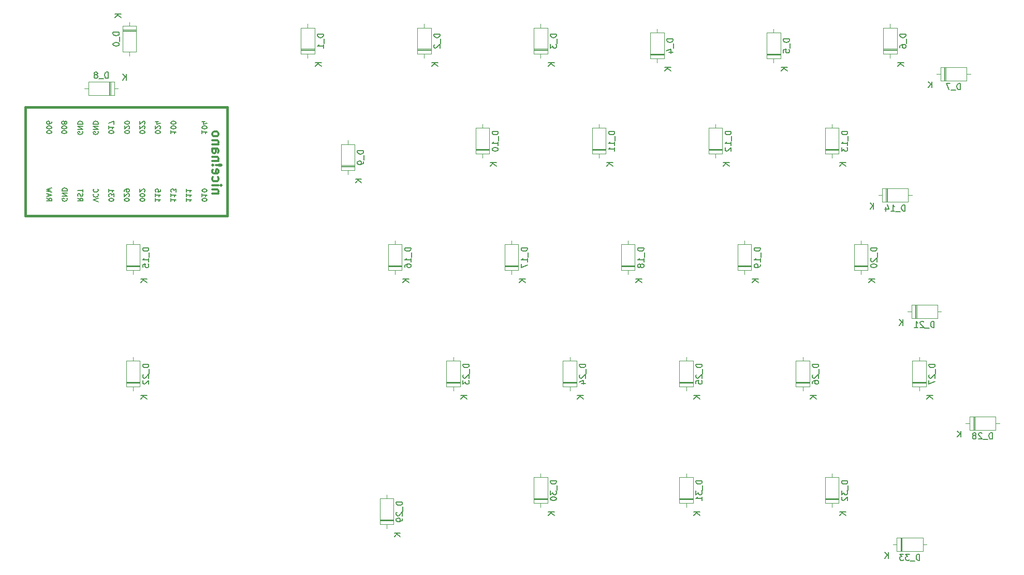
<source format=gbr>
G04 #@! TF.GenerationSoftware,KiCad,Pcbnew,(5.1.4-0)*
G04 #@! TF.CreationDate,2022-08-11T17:02:43-05:00*
G04 #@! TF.ProjectId,keyboard,6b657962-6f61-4726-942e-6b696361645f,rev?*
G04 #@! TF.SameCoordinates,Original*
G04 #@! TF.FileFunction,Legend,Bot*
G04 #@! TF.FilePolarity,Positive*
%FSLAX46Y46*%
G04 Gerber Fmt 4.6, Leading zero omitted, Abs format (unit mm)*
G04 Created by KiCad (PCBNEW (5.1.4-0)) date 2022-08-11 17:02:43*
%MOMM*%
%LPD*%
G04 APERTURE LIST*
%ADD10C,0.381000*%
%ADD11C,0.120000*%
%ADD12C,0.300000*%
%ADD13C,0.150000*%
G04 APERTURE END LIST*
D10*
X476250Y-19685000D02*
X3016250Y-19685000D01*
X476250Y-37465000D02*
X476250Y-19685000D01*
X3016250Y-37465000D02*
X476250Y-37465000D01*
X33496250Y-37465000D02*
X3016250Y-37465000D01*
X33496250Y-19685000D02*
X33496250Y-37465000D01*
X3016250Y-19685000D02*
X33496250Y-19685000D01*
D11*
X143577500Y-92401250D02*
X143577500Y-90161250D01*
X143817500Y-92401250D02*
X143817500Y-90161250D01*
X143697500Y-92401250D02*
X143697500Y-90161250D01*
X147867500Y-91281250D02*
X147217500Y-91281250D01*
X142327500Y-91281250D02*
X142977500Y-91281250D01*
X147217500Y-92401250D02*
X142977500Y-92401250D01*
X147217500Y-90161250D02*
X147217500Y-92401250D01*
X142977500Y-90161250D02*
X147217500Y-90161250D01*
X142977500Y-92401250D02*
X142977500Y-90161250D01*
X133470000Y-83935000D02*
X131230000Y-83935000D01*
X133470000Y-83695000D02*
X131230000Y-83695000D01*
X133470000Y-83815000D02*
X131230000Y-83815000D01*
X132350000Y-79645000D02*
X132350000Y-80295000D01*
X132350000Y-85185000D02*
X132350000Y-84535000D01*
X133470000Y-80295000D02*
X133470000Y-84535000D01*
X131230000Y-80295000D02*
X133470000Y-80295000D01*
X131230000Y-84535000D02*
X131230000Y-80295000D01*
X133470000Y-84535000D02*
X131230000Y-84535000D01*
X109657500Y-83935000D02*
X107417500Y-83935000D01*
X109657500Y-83695000D02*
X107417500Y-83695000D01*
X109657500Y-83815000D02*
X107417500Y-83815000D01*
X108537500Y-79645000D02*
X108537500Y-80295000D01*
X108537500Y-85185000D02*
X108537500Y-84535000D01*
X109657500Y-80295000D02*
X109657500Y-84535000D01*
X107417500Y-80295000D02*
X109657500Y-80295000D01*
X107417500Y-84535000D02*
X107417500Y-80295000D01*
X109657500Y-84535000D02*
X107417500Y-84535000D01*
X85845000Y-83935000D02*
X83605000Y-83935000D01*
X85845000Y-83695000D02*
X83605000Y-83695000D01*
X85845000Y-83815000D02*
X83605000Y-83815000D01*
X84725000Y-79645000D02*
X84725000Y-80295000D01*
X84725000Y-85185000D02*
X84725000Y-84535000D01*
X85845000Y-80295000D02*
X85845000Y-84535000D01*
X83605000Y-80295000D02*
X85845000Y-80295000D01*
X83605000Y-84535000D02*
X83605000Y-80295000D01*
X85845000Y-84535000D02*
X83605000Y-84535000D01*
X60651250Y-87403750D02*
X58411250Y-87403750D01*
X60651250Y-87163750D02*
X58411250Y-87163750D01*
X60651250Y-87283750D02*
X58411250Y-87283750D01*
X59531250Y-83113750D02*
X59531250Y-83763750D01*
X59531250Y-88653750D02*
X59531250Y-88003750D01*
X60651250Y-83763750D02*
X60651250Y-88003750D01*
X58411250Y-83763750D02*
X60651250Y-83763750D01*
X58411250Y-88003750D02*
X58411250Y-83763750D01*
X60651250Y-88003750D02*
X58411250Y-88003750D01*
X155483750Y-72557500D02*
X155483750Y-70317500D01*
X155723750Y-72557500D02*
X155723750Y-70317500D01*
X155603750Y-72557500D02*
X155603750Y-70317500D01*
X159773750Y-71437500D02*
X159123750Y-71437500D01*
X154233750Y-71437500D02*
X154883750Y-71437500D01*
X159123750Y-72557500D02*
X154883750Y-72557500D01*
X159123750Y-70317500D02*
X159123750Y-72557500D01*
X154883750Y-70317500D02*
X159123750Y-70317500D01*
X154883750Y-72557500D02*
X154883750Y-70317500D01*
X147757500Y-64885000D02*
X145517500Y-64885000D01*
X147757500Y-64645000D02*
X145517500Y-64645000D01*
X147757500Y-64765000D02*
X145517500Y-64765000D01*
X146637500Y-60595000D02*
X146637500Y-61245000D01*
X146637500Y-66135000D02*
X146637500Y-65485000D01*
X147757500Y-61245000D02*
X147757500Y-65485000D01*
X145517500Y-61245000D02*
X147757500Y-61245000D01*
X145517500Y-65485000D02*
X145517500Y-61245000D01*
X147757500Y-65485000D02*
X145517500Y-65485000D01*
X128707500Y-64885000D02*
X126467500Y-64885000D01*
X128707500Y-64645000D02*
X126467500Y-64645000D01*
X128707500Y-64765000D02*
X126467500Y-64765000D01*
X127587500Y-60595000D02*
X127587500Y-61245000D01*
X127587500Y-66135000D02*
X127587500Y-65485000D01*
X128707500Y-61245000D02*
X128707500Y-65485000D01*
X126467500Y-61245000D02*
X128707500Y-61245000D01*
X126467500Y-65485000D02*
X126467500Y-61245000D01*
X128707500Y-65485000D02*
X126467500Y-65485000D01*
X109657500Y-64885000D02*
X107417500Y-64885000D01*
X109657500Y-64645000D02*
X107417500Y-64645000D01*
X109657500Y-64765000D02*
X107417500Y-64765000D01*
X108537500Y-60595000D02*
X108537500Y-61245000D01*
X108537500Y-66135000D02*
X108537500Y-65485000D01*
X109657500Y-61245000D02*
X109657500Y-65485000D01*
X107417500Y-61245000D02*
X109657500Y-61245000D01*
X107417500Y-65485000D02*
X107417500Y-61245000D01*
X109657500Y-65485000D02*
X107417500Y-65485000D01*
X90607500Y-64885000D02*
X88367500Y-64885000D01*
X90607500Y-64645000D02*
X88367500Y-64645000D01*
X90607500Y-64765000D02*
X88367500Y-64765000D01*
X89487500Y-60595000D02*
X89487500Y-61245000D01*
X89487500Y-66135000D02*
X89487500Y-65485000D01*
X90607500Y-61245000D02*
X90607500Y-65485000D01*
X88367500Y-61245000D02*
X90607500Y-61245000D01*
X88367500Y-65485000D02*
X88367500Y-61245000D01*
X90607500Y-65485000D02*
X88367500Y-65485000D01*
X71557500Y-64885000D02*
X69317500Y-64885000D01*
X71557500Y-64645000D02*
X69317500Y-64645000D01*
X71557500Y-64765000D02*
X69317500Y-64765000D01*
X70437500Y-60595000D02*
X70437500Y-61245000D01*
X70437500Y-66135000D02*
X70437500Y-65485000D01*
X71557500Y-61245000D02*
X71557500Y-65485000D01*
X69317500Y-61245000D02*
X71557500Y-61245000D01*
X69317500Y-65485000D02*
X69317500Y-61245000D01*
X71557500Y-65485000D02*
X69317500Y-65485000D01*
X19170000Y-64885000D02*
X16930000Y-64885000D01*
X19170000Y-64645000D02*
X16930000Y-64645000D01*
X19170000Y-64765000D02*
X16930000Y-64765000D01*
X18050000Y-60595000D02*
X18050000Y-61245000D01*
X18050000Y-66135000D02*
X18050000Y-65485000D01*
X19170000Y-61245000D02*
X19170000Y-65485000D01*
X16930000Y-61245000D02*
X19170000Y-61245000D01*
X16930000Y-65485000D02*
X16930000Y-61245000D01*
X19170000Y-65485000D02*
X16930000Y-65485000D01*
X145958750Y-54301250D02*
X145958750Y-52061250D01*
X146198750Y-54301250D02*
X146198750Y-52061250D01*
X146078750Y-54301250D02*
X146078750Y-52061250D01*
X150248750Y-53181250D02*
X149598750Y-53181250D01*
X144708750Y-53181250D02*
X145358750Y-53181250D01*
X149598750Y-54301250D02*
X145358750Y-54301250D01*
X149598750Y-52061250D02*
X149598750Y-54301250D01*
X145358750Y-52061250D02*
X149598750Y-52061250D01*
X145358750Y-54301250D02*
X145358750Y-52061250D01*
X138232500Y-45835000D02*
X135992500Y-45835000D01*
X138232500Y-45595000D02*
X135992500Y-45595000D01*
X138232500Y-45715000D02*
X135992500Y-45715000D01*
X137112500Y-41545000D02*
X137112500Y-42195000D01*
X137112500Y-47085000D02*
X137112500Y-46435000D01*
X138232500Y-42195000D02*
X138232500Y-46435000D01*
X135992500Y-42195000D02*
X138232500Y-42195000D01*
X135992500Y-46435000D02*
X135992500Y-42195000D01*
X138232500Y-46435000D02*
X135992500Y-46435000D01*
X119182500Y-45835000D02*
X116942500Y-45835000D01*
X119182500Y-45595000D02*
X116942500Y-45595000D01*
X119182500Y-45715000D02*
X116942500Y-45715000D01*
X118062500Y-41545000D02*
X118062500Y-42195000D01*
X118062500Y-47085000D02*
X118062500Y-46435000D01*
X119182500Y-42195000D02*
X119182500Y-46435000D01*
X116942500Y-42195000D02*
X119182500Y-42195000D01*
X116942500Y-46435000D02*
X116942500Y-42195000D01*
X119182500Y-46435000D02*
X116942500Y-46435000D01*
X100132500Y-45835000D02*
X97892500Y-45835000D01*
X100132500Y-45595000D02*
X97892500Y-45595000D01*
X100132500Y-45715000D02*
X97892500Y-45715000D01*
X99012500Y-41545000D02*
X99012500Y-42195000D01*
X99012500Y-47085000D02*
X99012500Y-46435000D01*
X100132500Y-42195000D02*
X100132500Y-46435000D01*
X97892500Y-42195000D02*
X100132500Y-42195000D01*
X97892500Y-46435000D02*
X97892500Y-42195000D01*
X100132500Y-46435000D02*
X97892500Y-46435000D01*
X81082500Y-45835000D02*
X78842500Y-45835000D01*
X81082500Y-45595000D02*
X78842500Y-45595000D01*
X81082500Y-45715000D02*
X78842500Y-45715000D01*
X79962500Y-41545000D02*
X79962500Y-42195000D01*
X79962500Y-47085000D02*
X79962500Y-46435000D01*
X81082500Y-42195000D02*
X81082500Y-46435000D01*
X78842500Y-42195000D02*
X81082500Y-42195000D01*
X78842500Y-46435000D02*
X78842500Y-42195000D01*
X81082500Y-46435000D02*
X78842500Y-46435000D01*
X62032500Y-45835000D02*
X59792500Y-45835000D01*
X62032500Y-45595000D02*
X59792500Y-45595000D01*
X62032500Y-45715000D02*
X59792500Y-45715000D01*
X60912500Y-41545000D02*
X60912500Y-42195000D01*
X60912500Y-47085000D02*
X60912500Y-46435000D01*
X62032500Y-42195000D02*
X62032500Y-46435000D01*
X59792500Y-42195000D02*
X62032500Y-42195000D01*
X59792500Y-46435000D02*
X59792500Y-42195000D01*
X62032500Y-46435000D02*
X59792500Y-46435000D01*
X19170000Y-45835000D02*
X16930000Y-45835000D01*
X19170000Y-45595000D02*
X16930000Y-45595000D01*
X19170000Y-45715000D02*
X16930000Y-45715000D01*
X18050000Y-41545000D02*
X18050000Y-42195000D01*
X18050000Y-47085000D02*
X18050000Y-46435000D01*
X19170000Y-42195000D02*
X19170000Y-46435000D01*
X16930000Y-42195000D02*
X19170000Y-42195000D01*
X16930000Y-46435000D02*
X16930000Y-42195000D01*
X19170000Y-46435000D02*
X16930000Y-46435000D01*
X141196250Y-35251250D02*
X141196250Y-33011250D01*
X141436250Y-35251250D02*
X141436250Y-33011250D01*
X141316250Y-35251250D02*
X141316250Y-33011250D01*
X145486250Y-34131250D02*
X144836250Y-34131250D01*
X139946250Y-34131250D02*
X140596250Y-34131250D01*
X144836250Y-35251250D02*
X140596250Y-35251250D01*
X144836250Y-33011250D02*
X144836250Y-35251250D01*
X140596250Y-33011250D02*
X144836250Y-33011250D01*
X140596250Y-35251250D02*
X140596250Y-33011250D01*
X133470000Y-26785000D02*
X131230000Y-26785000D01*
X133470000Y-26545000D02*
X131230000Y-26545000D01*
X133470000Y-26665000D02*
X131230000Y-26665000D01*
X132350000Y-22495000D02*
X132350000Y-23145000D01*
X132350000Y-28035000D02*
X132350000Y-27385000D01*
X133470000Y-23145000D02*
X133470000Y-27385000D01*
X131230000Y-23145000D02*
X133470000Y-23145000D01*
X131230000Y-27385000D02*
X131230000Y-23145000D01*
X133470000Y-27385000D02*
X131230000Y-27385000D01*
X114420000Y-26785000D02*
X112180000Y-26785000D01*
X114420000Y-26545000D02*
X112180000Y-26545000D01*
X114420000Y-26665000D02*
X112180000Y-26665000D01*
X113300000Y-22495000D02*
X113300000Y-23145000D01*
X113300000Y-28035000D02*
X113300000Y-27385000D01*
X114420000Y-23145000D02*
X114420000Y-27385000D01*
X112180000Y-23145000D02*
X114420000Y-23145000D01*
X112180000Y-27385000D02*
X112180000Y-23145000D01*
X114420000Y-27385000D02*
X112180000Y-27385000D01*
X95370000Y-26785000D02*
X93130000Y-26785000D01*
X95370000Y-26545000D02*
X93130000Y-26545000D01*
X95370000Y-26665000D02*
X93130000Y-26665000D01*
X94250000Y-22495000D02*
X94250000Y-23145000D01*
X94250000Y-28035000D02*
X94250000Y-27385000D01*
X95370000Y-23145000D02*
X95370000Y-27385000D01*
X93130000Y-23145000D02*
X95370000Y-23145000D01*
X93130000Y-27385000D02*
X93130000Y-23145000D01*
X95370000Y-27385000D02*
X93130000Y-27385000D01*
X76320000Y-26785000D02*
X74080000Y-26785000D01*
X76320000Y-26545000D02*
X74080000Y-26545000D01*
X76320000Y-26665000D02*
X74080000Y-26665000D01*
X75200000Y-22495000D02*
X75200000Y-23145000D01*
X75200000Y-28035000D02*
X75200000Y-27385000D01*
X76320000Y-23145000D02*
X76320000Y-27385000D01*
X74080000Y-23145000D02*
X76320000Y-23145000D01*
X74080000Y-27385000D02*
X74080000Y-23145000D01*
X76320000Y-27385000D02*
X74080000Y-27385000D01*
X54301250Y-29460000D02*
X52061250Y-29460000D01*
X54301250Y-29220000D02*
X52061250Y-29220000D01*
X54301250Y-29340000D02*
X52061250Y-29340000D01*
X53181250Y-25170000D02*
X53181250Y-25820000D01*
X53181250Y-30710000D02*
X53181250Y-30060000D01*
X54301250Y-25820000D02*
X54301250Y-30060000D01*
X52061250Y-25820000D02*
X54301250Y-25820000D01*
X52061250Y-30060000D02*
X52061250Y-25820000D01*
X54301250Y-30060000D02*
X52061250Y-30060000D01*
X14378750Y-15548750D02*
X14378750Y-17788750D01*
X14138750Y-15548750D02*
X14138750Y-17788750D01*
X14258750Y-15548750D02*
X14258750Y-17788750D01*
X10088750Y-16668750D02*
X10738750Y-16668750D01*
X15628750Y-16668750D02*
X14978750Y-16668750D01*
X10738750Y-15548750D02*
X14978750Y-15548750D01*
X10738750Y-17788750D02*
X10738750Y-15548750D01*
X14978750Y-17788750D02*
X10738750Y-17788750D01*
X14978750Y-15548750D02*
X14978750Y-17788750D01*
X150721250Y-15407500D02*
X150721250Y-13167500D01*
X150961250Y-15407500D02*
X150961250Y-13167500D01*
X150841250Y-15407500D02*
X150841250Y-13167500D01*
X155011250Y-14287500D02*
X154361250Y-14287500D01*
X149471250Y-14287500D02*
X150121250Y-14287500D01*
X154361250Y-15407500D02*
X150121250Y-15407500D01*
X154361250Y-13167500D02*
X154361250Y-15407500D01*
X150121250Y-13167500D02*
X154361250Y-13167500D01*
X150121250Y-15407500D02*
X150121250Y-13167500D01*
X142995000Y-10410000D02*
X140755000Y-10410000D01*
X142995000Y-10170000D02*
X140755000Y-10170000D01*
X142995000Y-10290000D02*
X140755000Y-10290000D01*
X141875000Y-6120000D02*
X141875000Y-6770000D01*
X141875000Y-11660000D02*
X141875000Y-11010000D01*
X142995000Y-6770000D02*
X142995000Y-11010000D01*
X140755000Y-6770000D02*
X142995000Y-6770000D01*
X140755000Y-11010000D02*
X140755000Y-6770000D01*
X142995000Y-11010000D02*
X140755000Y-11010000D01*
X123945000Y-11203750D02*
X121705000Y-11203750D01*
X123945000Y-10963750D02*
X121705000Y-10963750D01*
X123945000Y-11083750D02*
X121705000Y-11083750D01*
X122825000Y-6913750D02*
X122825000Y-7563750D01*
X122825000Y-12453750D02*
X122825000Y-11803750D01*
X123945000Y-7563750D02*
X123945000Y-11803750D01*
X121705000Y-7563750D02*
X123945000Y-7563750D01*
X121705000Y-11803750D02*
X121705000Y-7563750D01*
X123945000Y-11803750D02*
X121705000Y-11803750D01*
X104895000Y-11203750D02*
X102655000Y-11203750D01*
X104895000Y-10963750D02*
X102655000Y-10963750D01*
X104895000Y-11083750D02*
X102655000Y-11083750D01*
X103775000Y-6913750D02*
X103775000Y-7563750D01*
X103775000Y-12453750D02*
X103775000Y-11803750D01*
X104895000Y-7563750D02*
X104895000Y-11803750D01*
X102655000Y-7563750D02*
X104895000Y-7563750D01*
X102655000Y-11803750D02*
X102655000Y-7563750D01*
X104895000Y-11803750D02*
X102655000Y-11803750D01*
X85845000Y-10410000D02*
X83605000Y-10410000D01*
X85845000Y-10170000D02*
X83605000Y-10170000D01*
X85845000Y-10290000D02*
X83605000Y-10290000D01*
X84725000Y-6120000D02*
X84725000Y-6770000D01*
X84725000Y-11660000D02*
X84725000Y-11010000D01*
X85845000Y-6770000D02*
X85845000Y-11010000D01*
X83605000Y-6770000D02*
X85845000Y-6770000D01*
X83605000Y-11010000D02*
X83605000Y-6770000D01*
X85845000Y-11010000D02*
X83605000Y-11010000D01*
X66795000Y-10410000D02*
X64555000Y-10410000D01*
X66795000Y-10170000D02*
X64555000Y-10170000D01*
X66795000Y-10290000D02*
X64555000Y-10290000D01*
X65675000Y-6120000D02*
X65675000Y-6770000D01*
X65675000Y-11660000D02*
X65675000Y-11010000D01*
X66795000Y-6770000D02*
X66795000Y-11010000D01*
X64555000Y-6770000D02*
X66795000Y-6770000D01*
X64555000Y-11010000D02*
X64555000Y-6770000D01*
X66795000Y-11010000D02*
X64555000Y-11010000D01*
X47745000Y-10410000D02*
X45505000Y-10410000D01*
X47745000Y-10170000D02*
X45505000Y-10170000D01*
X47745000Y-10290000D02*
X45505000Y-10290000D01*
X46625000Y-6120000D02*
X46625000Y-6770000D01*
X46625000Y-11660000D02*
X46625000Y-11010000D01*
X47745000Y-6770000D02*
X47745000Y-11010000D01*
X45505000Y-6770000D02*
X47745000Y-6770000D01*
X45505000Y-11010000D02*
X45505000Y-6770000D01*
X47745000Y-11010000D02*
X45505000Y-11010000D01*
X16342500Y-7052500D02*
X18582500Y-7052500D01*
X16342500Y-7292500D02*
X18582500Y-7292500D01*
X16342500Y-7172500D02*
X18582500Y-7172500D01*
X17462500Y-11342500D02*
X17462500Y-10692500D01*
X17462500Y-5802500D02*
X17462500Y-6452500D01*
X16342500Y-10692500D02*
X16342500Y-6452500D01*
X18582500Y-10692500D02*
X16342500Y-10692500D01*
X18582500Y-6452500D02*
X18582500Y-10692500D01*
X16342500Y-6452500D02*
X18582500Y-6452500D01*
D12*
X32039678Y-33864714D02*
X31039678Y-33864714D01*
X31896821Y-33864714D02*
X31968250Y-33793285D01*
X32039678Y-33650428D01*
X32039678Y-33436142D01*
X31968250Y-33293285D01*
X31825392Y-33221857D01*
X31039678Y-33221857D01*
X31039678Y-32507571D02*
X32039678Y-32507571D01*
X32539678Y-32507571D02*
X32468250Y-32579000D01*
X32396821Y-32507571D01*
X32468250Y-32436142D01*
X32539678Y-32507571D01*
X32396821Y-32507571D01*
X31111107Y-31150428D02*
X31039678Y-31293285D01*
X31039678Y-31579000D01*
X31111107Y-31721857D01*
X31182535Y-31793285D01*
X31325392Y-31864714D01*
X31753964Y-31864714D01*
X31896821Y-31793285D01*
X31968250Y-31721857D01*
X32039678Y-31579000D01*
X32039678Y-31293285D01*
X31968250Y-31150428D01*
X31111107Y-29936142D02*
X31039678Y-30079000D01*
X31039678Y-30364714D01*
X31111107Y-30507571D01*
X31253964Y-30579000D01*
X31825392Y-30579000D01*
X31968250Y-30507571D01*
X32039678Y-30364714D01*
X32039678Y-30079000D01*
X31968250Y-29936142D01*
X31825392Y-29864714D01*
X31682535Y-29864714D01*
X31539678Y-30579000D01*
X31182535Y-29221857D02*
X31111107Y-29150428D01*
X31039678Y-29221857D01*
X31111107Y-29293285D01*
X31182535Y-29221857D01*
X31039678Y-29221857D01*
X31611107Y-29221857D02*
X32468250Y-29293285D01*
X32539678Y-29221857D01*
X32468250Y-29150428D01*
X31611107Y-29221857D01*
X32539678Y-29221857D01*
X32039678Y-28507571D02*
X31039678Y-28507571D01*
X31896821Y-28507571D02*
X31968250Y-28436142D01*
X32039678Y-28293285D01*
X32039678Y-28079000D01*
X31968250Y-27936142D01*
X31825392Y-27864714D01*
X31039678Y-27864714D01*
X31039678Y-26507571D02*
X31825392Y-26507571D01*
X31968250Y-26579000D01*
X32039678Y-26721857D01*
X32039678Y-27007571D01*
X31968250Y-27150428D01*
X31111107Y-26507571D02*
X31039678Y-26650428D01*
X31039678Y-27007571D01*
X31111107Y-27150428D01*
X31253964Y-27221857D01*
X31396821Y-27221857D01*
X31539678Y-27150428D01*
X31611107Y-27007571D01*
X31611107Y-26650428D01*
X31682535Y-26507571D01*
X32039678Y-25793285D02*
X31039678Y-25793285D01*
X31896821Y-25793285D02*
X31968250Y-25721857D01*
X32039678Y-25579000D01*
X32039678Y-25364714D01*
X31968250Y-25221857D01*
X31825392Y-25150428D01*
X31039678Y-25150428D01*
X31039678Y-24221857D02*
X31111107Y-24364714D01*
X31182535Y-24436142D01*
X31325392Y-24507571D01*
X31753964Y-24507571D01*
X31896821Y-24436142D01*
X31968250Y-24364714D01*
X32039678Y-24221857D01*
X32039678Y-24007571D01*
X31968250Y-23864714D01*
X31896821Y-23793285D01*
X31753964Y-23721857D01*
X31325392Y-23721857D01*
X31182535Y-23793285D01*
X31111107Y-23864714D01*
X31039678Y-24007571D01*
X31039678Y-24221857D01*
D13*
X30124345Y-34912191D02*
X30124345Y-34836000D01*
X30086250Y-34759810D01*
X30048154Y-34721714D01*
X29971964Y-34683619D01*
X29819583Y-34645524D01*
X29629107Y-34645524D01*
X29476726Y-34683619D01*
X29400535Y-34721714D01*
X29362440Y-34759810D01*
X29324345Y-34836000D01*
X29324345Y-34912191D01*
X29362440Y-34988381D01*
X29400535Y-35026476D01*
X29476726Y-35064571D01*
X29629107Y-35102667D01*
X29819583Y-35102667D01*
X29971964Y-35064571D01*
X30048154Y-35026476D01*
X30086250Y-34988381D01*
X30124345Y-34912191D01*
X29324345Y-33883619D02*
X29324345Y-34340762D01*
X29324345Y-34112191D02*
X30124345Y-34112191D01*
X30010059Y-34188381D01*
X29933869Y-34264571D01*
X29895773Y-34340762D01*
X30124345Y-33388381D02*
X30124345Y-33312191D01*
X30086250Y-33236000D01*
X30048154Y-33197905D01*
X29971964Y-33159810D01*
X29819583Y-33121714D01*
X29629107Y-33121714D01*
X29476726Y-33159810D01*
X29400535Y-33197905D01*
X29362440Y-33236000D01*
X29324345Y-33312191D01*
X29324345Y-33388381D01*
X29362440Y-33464571D01*
X29400535Y-33502667D01*
X29476726Y-33540762D01*
X29629107Y-33578857D01*
X29819583Y-33578857D01*
X29971964Y-33540762D01*
X30048154Y-33502667D01*
X30086250Y-33464571D01*
X30124345Y-33388381D01*
X21704345Y-34645524D02*
X21704345Y-35102667D01*
X21704345Y-34874095D02*
X22504345Y-34874095D01*
X22390059Y-34950286D01*
X22313869Y-35026476D01*
X22275773Y-35102667D01*
X21704345Y-33883619D02*
X21704345Y-34340762D01*
X21704345Y-34112191D02*
X22504345Y-34112191D01*
X22390059Y-34188381D01*
X22313869Y-34264571D01*
X22275773Y-34340762D01*
X22504345Y-33159810D02*
X22504345Y-33540762D01*
X22123392Y-33578857D01*
X22161488Y-33540762D01*
X22199583Y-33464571D01*
X22199583Y-33274095D01*
X22161488Y-33197905D01*
X22123392Y-33159810D01*
X22047202Y-33121714D01*
X21856726Y-33121714D01*
X21780535Y-33159810D01*
X21742440Y-33197905D01*
X21704345Y-33274095D01*
X21704345Y-33464571D01*
X21742440Y-33540762D01*
X21780535Y-33578857D01*
X19964345Y-34912191D02*
X19964345Y-34836000D01*
X19926250Y-34759810D01*
X19888154Y-34721714D01*
X19811964Y-34683619D01*
X19659583Y-34645524D01*
X19469107Y-34645524D01*
X19316726Y-34683619D01*
X19240535Y-34721714D01*
X19202440Y-34759810D01*
X19164345Y-34836000D01*
X19164345Y-34912191D01*
X19202440Y-34988381D01*
X19240535Y-35026476D01*
X19316726Y-35064571D01*
X19469107Y-35102667D01*
X19659583Y-35102667D01*
X19811964Y-35064571D01*
X19888154Y-35026476D01*
X19926250Y-34988381D01*
X19964345Y-34912191D01*
X19964345Y-34150286D02*
X19964345Y-34074095D01*
X19926250Y-33997905D01*
X19888154Y-33959810D01*
X19811964Y-33921714D01*
X19659583Y-33883619D01*
X19469107Y-33883619D01*
X19316726Y-33921714D01*
X19240535Y-33959810D01*
X19202440Y-33997905D01*
X19164345Y-34074095D01*
X19164345Y-34150286D01*
X19202440Y-34226476D01*
X19240535Y-34264571D01*
X19316726Y-34302667D01*
X19469107Y-34340762D01*
X19659583Y-34340762D01*
X19811964Y-34302667D01*
X19888154Y-34264571D01*
X19926250Y-34226476D01*
X19964345Y-34150286D01*
X19888154Y-33578857D02*
X19926250Y-33540762D01*
X19964345Y-33464571D01*
X19964345Y-33274095D01*
X19926250Y-33197905D01*
X19888154Y-33159810D01*
X19811964Y-33121714D01*
X19735773Y-33121714D01*
X19621488Y-33159810D01*
X19164345Y-33616952D01*
X19164345Y-33121714D01*
X17424345Y-34912191D02*
X17424345Y-34836000D01*
X17386250Y-34759810D01*
X17348154Y-34721714D01*
X17271964Y-34683619D01*
X17119583Y-34645524D01*
X16929107Y-34645524D01*
X16776726Y-34683619D01*
X16700535Y-34721714D01*
X16662440Y-34759810D01*
X16624345Y-34836000D01*
X16624345Y-34912191D01*
X16662440Y-34988381D01*
X16700535Y-35026476D01*
X16776726Y-35064571D01*
X16929107Y-35102667D01*
X17119583Y-35102667D01*
X17271964Y-35064571D01*
X17348154Y-35026476D01*
X17386250Y-34988381D01*
X17424345Y-34912191D01*
X17348154Y-34340762D02*
X17386250Y-34302667D01*
X17424345Y-34226476D01*
X17424345Y-34036000D01*
X17386250Y-33959810D01*
X17348154Y-33921714D01*
X17271964Y-33883619D01*
X17195773Y-33883619D01*
X17081488Y-33921714D01*
X16624345Y-34378857D01*
X16624345Y-33883619D01*
X16624345Y-33502667D02*
X16624345Y-33350286D01*
X16662440Y-33274095D01*
X16700535Y-33236000D01*
X16814821Y-33159810D01*
X16967202Y-33121714D01*
X17271964Y-33121714D01*
X17348154Y-33159810D01*
X17386250Y-33197905D01*
X17424345Y-33274095D01*
X17424345Y-33426476D01*
X17386250Y-33502667D01*
X17348154Y-33540762D01*
X17271964Y-33578857D01*
X17081488Y-33578857D01*
X17005297Y-33540762D01*
X16967202Y-33502667D01*
X16929107Y-33426476D01*
X16929107Y-33274095D01*
X16967202Y-33197905D01*
X17005297Y-33159810D01*
X17081488Y-33121714D01*
X3924345Y-34601095D02*
X4305297Y-34867762D01*
X3924345Y-35058238D02*
X4724345Y-35058238D01*
X4724345Y-34753476D01*
X4686250Y-34677286D01*
X4648154Y-34639191D01*
X4571964Y-34601095D01*
X4457678Y-34601095D01*
X4381488Y-34639191D01*
X4343392Y-34677286D01*
X4305297Y-34753476D01*
X4305297Y-35058238D01*
X4152916Y-34296334D02*
X4152916Y-33915381D01*
X3924345Y-34372524D02*
X4724345Y-34105857D01*
X3924345Y-33839191D01*
X4724345Y-33648715D02*
X3924345Y-33458238D01*
X4495773Y-33305857D01*
X3924345Y-33153476D01*
X4724345Y-32963000D01*
X7226250Y-34639190D02*
X7264345Y-34715381D01*
X7264345Y-34829667D01*
X7226250Y-34943952D01*
X7150059Y-35020143D01*
X7073869Y-35058238D01*
X6921488Y-35096333D01*
X6807202Y-35096333D01*
X6654821Y-35058238D01*
X6578630Y-35020143D01*
X6502440Y-34943952D01*
X6464345Y-34829667D01*
X6464345Y-34753476D01*
X6502440Y-34639190D01*
X6540535Y-34601095D01*
X6807202Y-34601095D01*
X6807202Y-34753476D01*
X6464345Y-34258238D02*
X7264345Y-34258238D01*
X6464345Y-33801095D01*
X7264345Y-33801095D01*
X6464345Y-33420143D02*
X7264345Y-33420143D01*
X7264345Y-33229667D01*
X7226250Y-33115381D01*
X7150059Y-33039190D01*
X7073869Y-33001095D01*
X6921488Y-32963000D01*
X6807202Y-32963000D01*
X6654821Y-33001095D01*
X6578630Y-33039190D01*
X6502440Y-33115381D01*
X6464345Y-33229667D01*
X6464345Y-33420143D01*
X9004345Y-34601095D02*
X9385297Y-34867761D01*
X9004345Y-35058238D02*
X9804345Y-35058238D01*
X9804345Y-34753476D01*
X9766250Y-34677285D01*
X9728154Y-34639190D01*
X9651964Y-34601095D01*
X9537678Y-34601095D01*
X9461488Y-34639190D01*
X9423392Y-34677285D01*
X9385297Y-34753476D01*
X9385297Y-35058238D01*
X9042440Y-34296333D02*
X9004345Y-34182047D01*
X9004345Y-33991571D01*
X9042440Y-33915380D01*
X9080535Y-33877285D01*
X9156726Y-33839190D01*
X9232916Y-33839190D01*
X9309107Y-33877285D01*
X9347202Y-33915380D01*
X9385297Y-33991571D01*
X9423392Y-34143952D01*
X9461488Y-34220142D01*
X9499583Y-34258238D01*
X9575773Y-34296333D01*
X9651964Y-34296333D01*
X9728154Y-34258238D01*
X9766250Y-34220142D01*
X9804345Y-34143952D01*
X9804345Y-33953476D01*
X9766250Y-33839190D01*
X9804345Y-33610619D02*
X9804345Y-33153476D01*
X9004345Y-33382047D02*
X9804345Y-33382047D01*
X12344345Y-35178857D02*
X11544345Y-34912191D01*
X12344345Y-34645524D01*
X11620535Y-33921714D02*
X11582440Y-33959810D01*
X11544345Y-34074095D01*
X11544345Y-34150286D01*
X11582440Y-34264571D01*
X11658630Y-34340762D01*
X11734821Y-34378857D01*
X11887202Y-34416952D01*
X12001488Y-34416952D01*
X12153869Y-34378857D01*
X12230059Y-34340762D01*
X12306250Y-34264571D01*
X12344345Y-34150286D01*
X12344345Y-34074095D01*
X12306250Y-33959810D01*
X12268154Y-33921714D01*
X11620535Y-33121714D02*
X11582440Y-33159810D01*
X11544345Y-33274095D01*
X11544345Y-33350286D01*
X11582440Y-33464571D01*
X11658630Y-33540762D01*
X11734821Y-33578857D01*
X11887202Y-33616952D01*
X12001488Y-33616952D01*
X12153869Y-33578857D01*
X12230059Y-33540762D01*
X12306250Y-33464571D01*
X12344345Y-33350286D01*
X12344345Y-33274095D01*
X12306250Y-33159810D01*
X12268154Y-33121714D01*
X14884345Y-34912191D02*
X14884345Y-34836000D01*
X14846250Y-34759810D01*
X14808154Y-34721714D01*
X14731964Y-34683619D01*
X14579583Y-34645524D01*
X14389107Y-34645524D01*
X14236726Y-34683619D01*
X14160535Y-34721714D01*
X14122440Y-34759810D01*
X14084345Y-34836000D01*
X14084345Y-34912191D01*
X14122440Y-34988381D01*
X14160535Y-35026476D01*
X14236726Y-35064571D01*
X14389107Y-35102667D01*
X14579583Y-35102667D01*
X14731964Y-35064571D01*
X14808154Y-35026476D01*
X14846250Y-34988381D01*
X14884345Y-34912191D01*
X14884345Y-34378857D02*
X14884345Y-33883619D01*
X14579583Y-34150286D01*
X14579583Y-34036000D01*
X14541488Y-33959810D01*
X14503392Y-33921714D01*
X14427202Y-33883619D01*
X14236726Y-33883619D01*
X14160535Y-33921714D01*
X14122440Y-33959810D01*
X14084345Y-34036000D01*
X14084345Y-34264571D01*
X14122440Y-34340762D01*
X14160535Y-34378857D01*
X14084345Y-33121714D02*
X14084345Y-33578857D01*
X14084345Y-33350286D02*
X14884345Y-33350286D01*
X14770059Y-33426476D01*
X14693869Y-33502667D01*
X14655773Y-33578857D01*
X24244345Y-34645524D02*
X24244345Y-35102667D01*
X24244345Y-34874095D02*
X25044345Y-34874095D01*
X24930059Y-34950286D01*
X24853869Y-35026476D01*
X24815773Y-35102667D01*
X24244345Y-33883619D02*
X24244345Y-34340762D01*
X24244345Y-34112191D02*
X25044345Y-34112191D01*
X24930059Y-34188381D01*
X24853869Y-34264571D01*
X24815773Y-34340762D01*
X25044345Y-33616952D02*
X25044345Y-33121714D01*
X24739583Y-33388381D01*
X24739583Y-33274095D01*
X24701488Y-33197905D01*
X24663392Y-33159810D01*
X24587202Y-33121714D01*
X24396726Y-33121714D01*
X24320535Y-33159810D01*
X24282440Y-33197905D01*
X24244345Y-33274095D01*
X24244345Y-33502667D01*
X24282440Y-33578857D01*
X24320535Y-33616952D01*
X26784345Y-34645524D02*
X26784345Y-35102667D01*
X26784345Y-34874095D02*
X27584345Y-34874095D01*
X27470059Y-34950286D01*
X27393869Y-35026476D01*
X27355773Y-35102667D01*
X26784345Y-33883619D02*
X26784345Y-34340762D01*
X26784345Y-34112191D02*
X27584345Y-34112191D01*
X27470059Y-34188381D01*
X27393869Y-34264571D01*
X27355773Y-34340762D01*
X26784345Y-33121714D02*
X26784345Y-33578857D01*
X26784345Y-33350286D02*
X27584345Y-33350286D01*
X27470059Y-33426476D01*
X27393869Y-33502667D01*
X27355773Y-33578857D01*
X29324345Y-23571143D02*
X29324345Y-24028286D01*
X29324345Y-23799714D02*
X30124345Y-23799714D01*
X30010059Y-23875905D01*
X29933869Y-23952095D01*
X29895773Y-24028286D01*
X30124345Y-23075905D02*
X30124345Y-22999714D01*
X30086250Y-22923524D01*
X30048154Y-22885429D01*
X29971964Y-22847333D01*
X29819583Y-22809238D01*
X29629107Y-22809238D01*
X29476726Y-22847333D01*
X29400535Y-22885429D01*
X29362440Y-22923524D01*
X29324345Y-22999714D01*
X29324345Y-23075905D01*
X29362440Y-23152095D01*
X29400535Y-23190190D01*
X29476726Y-23228286D01*
X29629107Y-23266381D01*
X29819583Y-23266381D01*
X29971964Y-23228286D01*
X30048154Y-23190190D01*
X30086250Y-23152095D01*
X30124345Y-23075905D01*
X29857678Y-22123524D02*
X29324345Y-22123524D01*
X30162440Y-22314000D02*
X29591011Y-22504476D01*
X29591011Y-22009238D01*
X24244345Y-23571143D02*
X24244345Y-24028286D01*
X24244345Y-23799714D02*
X25044345Y-23799714D01*
X24930059Y-23875905D01*
X24853869Y-23952095D01*
X24815773Y-24028286D01*
X25044345Y-23075905D02*
X25044345Y-22999714D01*
X25006250Y-22923524D01*
X24968154Y-22885429D01*
X24891964Y-22847333D01*
X24739583Y-22809238D01*
X24549107Y-22809238D01*
X24396726Y-22847333D01*
X24320535Y-22885429D01*
X24282440Y-22923524D01*
X24244345Y-22999714D01*
X24244345Y-23075905D01*
X24282440Y-23152095D01*
X24320535Y-23190190D01*
X24396726Y-23228286D01*
X24549107Y-23266381D01*
X24739583Y-23266381D01*
X24891964Y-23228286D01*
X24968154Y-23190190D01*
X25006250Y-23152095D01*
X25044345Y-23075905D01*
X25044345Y-22314000D02*
X25044345Y-22237810D01*
X25006250Y-22161619D01*
X24968154Y-22123524D01*
X24891964Y-22085429D01*
X24739583Y-22047333D01*
X24549107Y-22047333D01*
X24396726Y-22085429D01*
X24320535Y-22123524D01*
X24282440Y-22161619D01*
X24244345Y-22237810D01*
X24244345Y-22314000D01*
X24282440Y-22390190D01*
X24320535Y-22428286D01*
X24396726Y-22466381D01*
X24549107Y-22504476D01*
X24739583Y-22504476D01*
X24891964Y-22466381D01*
X24968154Y-22428286D01*
X25006250Y-22390190D01*
X25044345Y-22314000D01*
X22504345Y-23837810D02*
X22504345Y-23761619D01*
X22466250Y-23685429D01*
X22428154Y-23647333D01*
X22351964Y-23609238D01*
X22199583Y-23571143D01*
X22009107Y-23571143D01*
X21856726Y-23609238D01*
X21780535Y-23647333D01*
X21742440Y-23685429D01*
X21704345Y-23761619D01*
X21704345Y-23837810D01*
X21742440Y-23914000D01*
X21780535Y-23952095D01*
X21856726Y-23990190D01*
X22009107Y-24028286D01*
X22199583Y-24028286D01*
X22351964Y-23990190D01*
X22428154Y-23952095D01*
X22466250Y-23914000D01*
X22504345Y-23837810D01*
X22428154Y-23266381D02*
X22466250Y-23228286D01*
X22504345Y-23152095D01*
X22504345Y-22961619D01*
X22466250Y-22885429D01*
X22428154Y-22847333D01*
X22351964Y-22809238D01*
X22275773Y-22809238D01*
X22161488Y-22847333D01*
X21704345Y-23304476D01*
X21704345Y-22809238D01*
X22237678Y-22123524D02*
X21704345Y-22123524D01*
X22542440Y-22314000D02*
X21971011Y-22504476D01*
X21971011Y-22009238D01*
X19994345Y-23837810D02*
X19994345Y-23761619D01*
X19956250Y-23685429D01*
X19918154Y-23647333D01*
X19841964Y-23609238D01*
X19689583Y-23571143D01*
X19499107Y-23571143D01*
X19346726Y-23609238D01*
X19270535Y-23647333D01*
X19232440Y-23685429D01*
X19194345Y-23761619D01*
X19194345Y-23837810D01*
X19232440Y-23914000D01*
X19270535Y-23952095D01*
X19346726Y-23990190D01*
X19499107Y-24028286D01*
X19689583Y-24028286D01*
X19841964Y-23990190D01*
X19918154Y-23952095D01*
X19956250Y-23914000D01*
X19994345Y-23837810D01*
X19918154Y-23266381D02*
X19956250Y-23228286D01*
X19994345Y-23152095D01*
X19994345Y-22961619D01*
X19956250Y-22885429D01*
X19918154Y-22847333D01*
X19841964Y-22809238D01*
X19765773Y-22809238D01*
X19651488Y-22847333D01*
X19194345Y-23304476D01*
X19194345Y-22809238D01*
X19918154Y-22504476D02*
X19956250Y-22466381D01*
X19994345Y-22390190D01*
X19994345Y-22199714D01*
X19956250Y-22123524D01*
X19918154Y-22085429D01*
X19841964Y-22047333D01*
X19765773Y-22047333D01*
X19651488Y-22085429D01*
X19194345Y-22542571D01*
X19194345Y-22047333D01*
X9766250Y-23723523D02*
X9804345Y-23799714D01*
X9804345Y-23914000D01*
X9766250Y-24028285D01*
X9690059Y-24104476D01*
X9613869Y-24142571D01*
X9461488Y-24180666D01*
X9347202Y-24180666D01*
X9194821Y-24142571D01*
X9118630Y-24104476D01*
X9042440Y-24028285D01*
X9004345Y-23914000D01*
X9004345Y-23837809D01*
X9042440Y-23723523D01*
X9080535Y-23685428D01*
X9347202Y-23685428D01*
X9347202Y-23837809D01*
X9004345Y-23342571D02*
X9804345Y-23342571D01*
X9004345Y-22885428D01*
X9804345Y-22885428D01*
X9004345Y-22504476D02*
X9804345Y-22504476D01*
X9804345Y-22314000D01*
X9766250Y-22199714D01*
X9690059Y-22123523D01*
X9613869Y-22085428D01*
X9461488Y-22047333D01*
X9347202Y-22047333D01*
X9194821Y-22085428D01*
X9118630Y-22123523D01*
X9042440Y-22199714D01*
X9004345Y-22314000D01*
X9004345Y-22504476D01*
X12306250Y-23723523D02*
X12344345Y-23799714D01*
X12344345Y-23914000D01*
X12306250Y-24028285D01*
X12230059Y-24104476D01*
X12153869Y-24142571D01*
X12001488Y-24180666D01*
X11887202Y-24180666D01*
X11734821Y-24142571D01*
X11658630Y-24104476D01*
X11582440Y-24028285D01*
X11544345Y-23914000D01*
X11544345Y-23837809D01*
X11582440Y-23723523D01*
X11620535Y-23685428D01*
X11887202Y-23685428D01*
X11887202Y-23837809D01*
X11544345Y-23342571D02*
X12344345Y-23342571D01*
X11544345Y-22885428D01*
X12344345Y-22885428D01*
X11544345Y-22504476D02*
X12344345Y-22504476D01*
X12344345Y-22314000D01*
X12306250Y-22199714D01*
X12230059Y-22123523D01*
X12153869Y-22085428D01*
X12001488Y-22047333D01*
X11887202Y-22047333D01*
X11734821Y-22085428D01*
X11658630Y-22123523D01*
X11582440Y-22199714D01*
X11544345Y-22314000D01*
X11544345Y-22504476D01*
X14894345Y-23837810D02*
X14894345Y-23761619D01*
X14856250Y-23685429D01*
X14818154Y-23647333D01*
X14741964Y-23609238D01*
X14589583Y-23571143D01*
X14399107Y-23571143D01*
X14246726Y-23609238D01*
X14170535Y-23647333D01*
X14132440Y-23685429D01*
X14094345Y-23761619D01*
X14094345Y-23837810D01*
X14132440Y-23914000D01*
X14170535Y-23952095D01*
X14246726Y-23990190D01*
X14399107Y-24028286D01*
X14589583Y-24028286D01*
X14741964Y-23990190D01*
X14818154Y-23952095D01*
X14856250Y-23914000D01*
X14894345Y-23837810D01*
X14094345Y-22809238D02*
X14094345Y-23266381D01*
X14094345Y-23037810D02*
X14894345Y-23037810D01*
X14780059Y-23114000D01*
X14703869Y-23190190D01*
X14665773Y-23266381D01*
X14894345Y-22542571D02*
X14894345Y-22009238D01*
X14094345Y-22352095D01*
X17494345Y-23837810D02*
X17494345Y-23761619D01*
X17456250Y-23685429D01*
X17418154Y-23647333D01*
X17341964Y-23609238D01*
X17189583Y-23571143D01*
X16999107Y-23571143D01*
X16846726Y-23609238D01*
X16770535Y-23647333D01*
X16732440Y-23685429D01*
X16694345Y-23761619D01*
X16694345Y-23837810D01*
X16732440Y-23914000D01*
X16770535Y-23952095D01*
X16846726Y-23990190D01*
X16999107Y-24028286D01*
X17189583Y-24028286D01*
X17341964Y-23990190D01*
X17418154Y-23952095D01*
X17456250Y-23914000D01*
X17494345Y-23837810D01*
X17418154Y-23266381D02*
X17456250Y-23228286D01*
X17494345Y-23152095D01*
X17494345Y-22961619D01*
X17456250Y-22885429D01*
X17418154Y-22847333D01*
X17341964Y-22809238D01*
X17265773Y-22809238D01*
X17151488Y-22847333D01*
X16694345Y-23304476D01*
X16694345Y-22809238D01*
X17494345Y-22314000D02*
X17494345Y-22237810D01*
X17456250Y-22161619D01*
X17418154Y-22123524D01*
X17341964Y-22085429D01*
X17189583Y-22047333D01*
X16999107Y-22047333D01*
X16846726Y-22085429D01*
X16770535Y-22123524D01*
X16732440Y-22161619D01*
X16694345Y-22237810D01*
X16694345Y-22314000D01*
X16732440Y-22390190D01*
X16770535Y-22428286D01*
X16846726Y-22466381D01*
X16999107Y-22504476D01*
X17189583Y-22504476D01*
X17341964Y-22466381D01*
X17418154Y-22428286D01*
X17456250Y-22390190D01*
X17494345Y-22314000D01*
X7194345Y-23837810D02*
X7194345Y-23761619D01*
X7156250Y-23685429D01*
X7118154Y-23647333D01*
X7041964Y-23609238D01*
X6889583Y-23571143D01*
X6699107Y-23571143D01*
X6546726Y-23609238D01*
X6470535Y-23647333D01*
X6432440Y-23685429D01*
X6394345Y-23761619D01*
X6394345Y-23837810D01*
X6432440Y-23914000D01*
X6470535Y-23952095D01*
X6546726Y-23990190D01*
X6699107Y-24028286D01*
X6889583Y-24028286D01*
X7041964Y-23990190D01*
X7118154Y-23952095D01*
X7156250Y-23914000D01*
X7194345Y-23837810D01*
X7194345Y-23075905D02*
X7194345Y-22999714D01*
X7156250Y-22923524D01*
X7118154Y-22885429D01*
X7041964Y-22847333D01*
X6889583Y-22809238D01*
X6699107Y-22809238D01*
X6546726Y-22847333D01*
X6470535Y-22885429D01*
X6432440Y-22923524D01*
X6394345Y-22999714D01*
X6394345Y-23075905D01*
X6432440Y-23152095D01*
X6470535Y-23190190D01*
X6546726Y-23228286D01*
X6699107Y-23266381D01*
X6889583Y-23266381D01*
X7041964Y-23228286D01*
X7118154Y-23190190D01*
X7156250Y-23152095D01*
X7194345Y-23075905D01*
X6851488Y-22352095D02*
X6889583Y-22428286D01*
X6927678Y-22466381D01*
X7003869Y-22504476D01*
X7041964Y-22504476D01*
X7118154Y-22466381D01*
X7156250Y-22428286D01*
X7194345Y-22352095D01*
X7194345Y-22199714D01*
X7156250Y-22123524D01*
X7118154Y-22085429D01*
X7041964Y-22047333D01*
X7003869Y-22047333D01*
X6927678Y-22085429D01*
X6889583Y-22123524D01*
X6851488Y-22199714D01*
X6851488Y-22352095D01*
X6813392Y-22428286D01*
X6775297Y-22466381D01*
X6699107Y-22504476D01*
X6546726Y-22504476D01*
X6470535Y-22466381D01*
X6432440Y-22428286D01*
X6394345Y-22352095D01*
X6394345Y-22199714D01*
X6432440Y-22123524D01*
X6470535Y-22085429D01*
X6546726Y-22047333D01*
X6699107Y-22047333D01*
X6775297Y-22085429D01*
X6813392Y-22123524D01*
X6851488Y-22199714D01*
X4724345Y-23837810D02*
X4724345Y-23761619D01*
X4686250Y-23685429D01*
X4648154Y-23647333D01*
X4571964Y-23609238D01*
X4419583Y-23571143D01*
X4229107Y-23571143D01*
X4076726Y-23609238D01*
X4000535Y-23647333D01*
X3962440Y-23685429D01*
X3924345Y-23761619D01*
X3924345Y-23837810D01*
X3962440Y-23914000D01*
X4000535Y-23952095D01*
X4076726Y-23990190D01*
X4229107Y-24028286D01*
X4419583Y-24028286D01*
X4571964Y-23990190D01*
X4648154Y-23952095D01*
X4686250Y-23914000D01*
X4724345Y-23837810D01*
X4724345Y-23075905D02*
X4724345Y-22999714D01*
X4686250Y-22923524D01*
X4648154Y-22885429D01*
X4571964Y-22847333D01*
X4419583Y-22809238D01*
X4229107Y-22809238D01*
X4076726Y-22847333D01*
X4000535Y-22885429D01*
X3962440Y-22923524D01*
X3924345Y-22999714D01*
X3924345Y-23075905D01*
X3962440Y-23152095D01*
X4000535Y-23190190D01*
X4076726Y-23228286D01*
X4229107Y-23266381D01*
X4419583Y-23266381D01*
X4571964Y-23228286D01*
X4648154Y-23190190D01*
X4686250Y-23152095D01*
X4724345Y-23075905D01*
X4724345Y-22123524D02*
X4724345Y-22275905D01*
X4686250Y-22352095D01*
X4648154Y-22390190D01*
X4533869Y-22466381D01*
X4381488Y-22504476D01*
X4076726Y-22504476D01*
X4000535Y-22466381D01*
X3962440Y-22428286D01*
X3924345Y-22352095D01*
X3924345Y-22199714D01*
X3962440Y-22123524D01*
X4000535Y-22085429D01*
X4076726Y-22047333D01*
X4267202Y-22047333D01*
X4343392Y-22085429D01*
X4381488Y-22123524D01*
X4419583Y-22199714D01*
X4419583Y-22352095D01*
X4381488Y-22428286D01*
X4343392Y-22466381D01*
X4267202Y-22504476D01*
X146692738Y-93853630D02*
X146692738Y-92853630D01*
X146454642Y-92853630D01*
X146311785Y-92901250D01*
X146216547Y-92996488D01*
X146168928Y-93091726D01*
X146121309Y-93282202D01*
X146121309Y-93425059D01*
X146168928Y-93615535D01*
X146216547Y-93710773D01*
X146311785Y-93806011D01*
X146454642Y-93853630D01*
X146692738Y-93853630D01*
X145930833Y-93948869D02*
X145168928Y-93948869D01*
X145026071Y-92853630D02*
X144407023Y-92853630D01*
X144740357Y-93234583D01*
X144597500Y-93234583D01*
X144502261Y-93282202D01*
X144454642Y-93329821D01*
X144407023Y-93425059D01*
X144407023Y-93663154D01*
X144454642Y-93758392D01*
X144502261Y-93806011D01*
X144597500Y-93853630D01*
X144883214Y-93853630D01*
X144978452Y-93806011D01*
X145026071Y-93758392D01*
X144073690Y-92853630D02*
X143454642Y-92853630D01*
X143787976Y-93234583D01*
X143645119Y-93234583D01*
X143549880Y-93282202D01*
X143502261Y-93329821D01*
X143454642Y-93425059D01*
X143454642Y-93663154D01*
X143502261Y-93758392D01*
X143549880Y-93806011D01*
X143645119Y-93853630D01*
X143930833Y-93853630D01*
X144026071Y-93806011D01*
X144073690Y-93758392D01*
X141549404Y-93533630D02*
X141549404Y-92533630D01*
X140977976Y-93533630D02*
X141406547Y-92962202D01*
X140977976Y-92533630D02*
X141549404Y-93105059D01*
X134922380Y-80819761D02*
X133922380Y-80819761D01*
X133922380Y-81057857D01*
X133970000Y-81200714D01*
X134065238Y-81295952D01*
X134160476Y-81343571D01*
X134350952Y-81391190D01*
X134493809Y-81391190D01*
X134684285Y-81343571D01*
X134779523Y-81295952D01*
X134874761Y-81200714D01*
X134922380Y-81057857D01*
X134922380Y-80819761D01*
X135017619Y-81581666D02*
X135017619Y-82343571D01*
X133922380Y-82486428D02*
X133922380Y-83105476D01*
X134303333Y-82772142D01*
X134303333Y-82915000D01*
X134350952Y-83010238D01*
X134398571Y-83057857D01*
X134493809Y-83105476D01*
X134731904Y-83105476D01*
X134827142Y-83057857D01*
X134874761Y-83010238D01*
X134922380Y-82915000D01*
X134922380Y-82629285D01*
X134874761Y-82534047D01*
X134827142Y-82486428D01*
X134017619Y-83486428D02*
X133970000Y-83534047D01*
X133922380Y-83629285D01*
X133922380Y-83867380D01*
X133970000Y-83962619D01*
X134017619Y-84010238D01*
X134112857Y-84057857D01*
X134208095Y-84057857D01*
X134350952Y-84010238D01*
X134922380Y-83438809D01*
X134922380Y-84057857D01*
X134602380Y-85963095D02*
X133602380Y-85963095D01*
X134602380Y-86534523D02*
X134030952Y-86105952D01*
X133602380Y-86534523D02*
X134173809Y-85963095D01*
X111109880Y-80819761D02*
X110109880Y-80819761D01*
X110109880Y-81057857D01*
X110157500Y-81200714D01*
X110252738Y-81295952D01*
X110347976Y-81343571D01*
X110538452Y-81391190D01*
X110681309Y-81391190D01*
X110871785Y-81343571D01*
X110967023Y-81295952D01*
X111062261Y-81200714D01*
X111109880Y-81057857D01*
X111109880Y-80819761D01*
X111205119Y-81581666D02*
X111205119Y-82343571D01*
X110109880Y-82486428D02*
X110109880Y-83105476D01*
X110490833Y-82772142D01*
X110490833Y-82915000D01*
X110538452Y-83010238D01*
X110586071Y-83057857D01*
X110681309Y-83105476D01*
X110919404Y-83105476D01*
X111014642Y-83057857D01*
X111062261Y-83010238D01*
X111109880Y-82915000D01*
X111109880Y-82629285D01*
X111062261Y-82534047D01*
X111014642Y-82486428D01*
X111109880Y-84057857D02*
X111109880Y-83486428D01*
X111109880Y-83772142D02*
X110109880Y-83772142D01*
X110252738Y-83676904D01*
X110347976Y-83581666D01*
X110395595Y-83486428D01*
X110789880Y-85963095D02*
X109789880Y-85963095D01*
X110789880Y-86534523D02*
X110218452Y-86105952D01*
X109789880Y-86534523D02*
X110361309Y-85963095D01*
X87297380Y-80819761D02*
X86297380Y-80819761D01*
X86297380Y-81057857D01*
X86345000Y-81200714D01*
X86440238Y-81295952D01*
X86535476Y-81343571D01*
X86725952Y-81391190D01*
X86868809Y-81391190D01*
X87059285Y-81343571D01*
X87154523Y-81295952D01*
X87249761Y-81200714D01*
X87297380Y-81057857D01*
X87297380Y-80819761D01*
X87392619Y-81581666D02*
X87392619Y-82343571D01*
X86297380Y-82486428D02*
X86297380Y-83105476D01*
X86678333Y-82772142D01*
X86678333Y-82915000D01*
X86725952Y-83010238D01*
X86773571Y-83057857D01*
X86868809Y-83105476D01*
X87106904Y-83105476D01*
X87202142Y-83057857D01*
X87249761Y-83010238D01*
X87297380Y-82915000D01*
X87297380Y-82629285D01*
X87249761Y-82534047D01*
X87202142Y-82486428D01*
X86297380Y-83724523D02*
X86297380Y-83819761D01*
X86345000Y-83915000D01*
X86392619Y-83962619D01*
X86487857Y-84010238D01*
X86678333Y-84057857D01*
X86916428Y-84057857D01*
X87106904Y-84010238D01*
X87202142Y-83962619D01*
X87249761Y-83915000D01*
X87297380Y-83819761D01*
X87297380Y-83724523D01*
X87249761Y-83629285D01*
X87202142Y-83581666D01*
X87106904Y-83534047D01*
X86916428Y-83486428D01*
X86678333Y-83486428D01*
X86487857Y-83534047D01*
X86392619Y-83581666D01*
X86345000Y-83629285D01*
X86297380Y-83724523D01*
X86977380Y-85963095D02*
X85977380Y-85963095D01*
X86977380Y-86534523D02*
X86405952Y-86105952D01*
X85977380Y-86534523D02*
X86548809Y-85963095D01*
X62103630Y-84288511D02*
X61103630Y-84288511D01*
X61103630Y-84526607D01*
X61151250Y-84669464D01*
X61246488Y-84764702D01*
X61341726Y-84812321D01*
X61532202Y-84859940D01*
X61675059Y-84859940D01*
X61865535Y-84812321D01*
X61960773Y-84764702D01*
X62056011Y-84669464D01*
X62103630Y-84526607D01*
X62103630Y-84288511D01*
X62198869Y-85050416D02*
X62198869Y-85812321D01*
X61198869Y-86002797D02*
X61151250Y-86050416D01*
X61103630Y-86145654D01*
X61103630Y-86383750D01*
X61151250Y-86478988D01*
X61198869Y-86526607D01*
X61294107Y-86574226D01*
X61389345Y-86574226D01*
X61532202Y-86526607D01*
X62103630Y-85955178D01*
X62103630Y-86574226D01*
X62103630Y-87050416D02*
X62103630Y-87240892D01*
X62056011Y-87336130D01*
X62008392Y-87383750D01*
X61865535Y-87478988D01*
X61675059Y-87526607D01*
X61294107Y-87526607D01*
X61198869Y-87478988D01*
X61151250Y-87431369D01*
X61103630Y-87336130D01*
X61103630Y-87145654D01*
X61151250Y-87050416D01*
X61198869Y-87002797D01*
X61294107Y-86955178D01*
X61532202Y-86955178D01*
X61627440Y-87002797D01*
X61675059Y-87050416D01*
X61722678Y-87145654D01*
X61722678Y-87336130D01*
X61675059Y-87431369D01*
X61627440Y-87478988D01*
X61532202Y-87526607D01*
X61783630Y-89431845D02*
X60783630Y-89431845D01*
X61783630Y-90003273D02*
X61212202Y-89574702D01*
X60783630Y-90003273D02*
X61355059Y-89431845D01*
X158598988Y-74009880D02*
X158598988Y-73009880D01*
X158360892Y-73009880D01*
X158218035Y-73057500D01*
X158122797Y-73152738D01*
X158075178Y-73247976D01*
X158027559Y-73438452D01*
X158027559Y-73581309D01*
X158075178Y-73771785D01*
X158122797Y-73867023D01*
X158218035Y-73962261D01*
X158360892Y-74009880D01*
X158598988Y-74009880D01*
X157837083Y-74105119D02*
X157075178Y-74105119D01*
X156884702Y-73105119D02*
X156837083Y-73057500D01*
X156741845Y-73009880D01*
X156503750Y-73009880D01*
X156408511Y-73057500D01*
X156360892Y-73105119D01*
X156313273Y-73200357D01*
X156313273Y-73295595D01*
X156360892Y-73438452D01*
X156932321Y-74009880D01*
X156313273Y-74009880D01*
X155741845Y-73438452D02*
X155837083Y-73390833D01*
X155884702Y-73343214D01*
X155932321Y-73247976D01*
X155932321Y-73200357D01*
X155884702Y-73105119D01*
X155837083Y-73057500D01*
X155741845Y-73009880D01*
X155551369Y-73009880D01*
X155456130Y-73057500D01*
X155408511Y-73105119D01*
X155360892Y-73200357D01*
X155360892Y-73247976D01*
X155408511Y-73343214D01*
X155456130Y-73390833D01*
X155551369Y-73438452D01*
X155741845Y-73438452D01*
X155837083Y-73486071D01*
X155884702Y-73533690D01*
X155932321Y-73628928D01*
X155932321Y-73819404D01*
X155884702Y-73914642D01*
X155837083Y-73962261D01*
X155741845Y-74009880D01*
X155551369Y-74009880D01*
X155456130Y-73962261D01*
X155408511Y-73914642D01*
X155360892Y-73819404D01*
X155360892Y-73628928D01*
X155408511Y-73533690D01*
X155456130Y-73486071D01*
X155551369Y-73438452D01*
X153455654Y-73689880D02*
X153455654Y-72689880D01*
X152884226Y-73689880D02*
X153312797Y-73118452D01*
X152884226Y-72689880D02*
X153455654Y-73261309D01*
X149209880Y-61769761D02*
X148209880Y-61769761D01*
X148209880Y-62007857D01*
X148257500Y-62150714D01*
X148352738Y-62245952D01*
X148447976Y-62293571D01*
X148638452Y-62341190D01*
X148781309Y-62341190D01*
X148971785Y-62293571D01*
X149067023Y-62245952D01*
X149162261Y-62150714D01*
X149209880Y-62007857D01*
X149209880Y-61769761D01*
X149305119Y-62531666D02*
X149305119Y-63293571D01*
X148305119Y-63484047D02*
X148257500Y-63531666D01*
X148209880Y-63626904D01*
X148209880Y-63865000D01*
X148257500Y-63960238D01*
X148305119Y-64007857D01*
X148400357Y-64055476D01*
X148495595Y-64055476D01*
X148638452Y-64007857D01*
X149209880Y-63436428D01*
X149209880Y-64055476D01*
X148209880Y-64388809D02*
X148209880Y-65055476D01*
X149209880Y-64626904D01*
X148889880Y-66913095D02*
X147889880Y-66913095D01*
X148889880Y-67484523D02*
X148318452Y-67055952D01*
X147889880Y-67484523D02*
X148461309Y-66913095D01*
X130159880Y-61769761D02*
X129159880Y-61769761D01*
X129159880Y-62007857D01*
X129207500Y-62150714D01*
X129302738Y-62245952D01*
X129397976Y-62293571D01*
X129588452Y-62341190D01*
X129731309Y-62341190D01*
X129921785Y-62293571D01*
X130017023Y-62245952D01*
X130112261Y-62150714D01*
X130159880Y-62007857D01*
X130159880Y-61769761D01*
X130255119Y-62531666D02*
X130255119Y-63293571D01*
X129255119Y-63484047D02*
X129207500Y-63531666D01*
X129159880Y-63626904D01*
X129159880Y-63865000D01*
X129207500Y-63960238D01*
X129255119Y-64007857D01*
X129350357Y-64055476D01*
X129445595Y-64055476D01*
X129588452Y-64007857D01*
X130159880Y-63436428D01*
X130159880Y-64055476D01*
X129159880Y-64912619D02*
X129159880Y-64722142D01*
X129207500Y-64626904D01*
X129255119Y-64579285D01*
X129397976Y-64484047D01*
X129588452Y-64436428D01*
X129969404Y-64436428D01*
X130064642Y-64484047D01*
X130112261Y-64531666D01*
X130159880Y-64626904D01*
X130159880Y-64817380D01*
X130112261Y-64912619D01*
X130064642Y-64960238D01*
X129969404Y-65007857D01*
X129731309Y-65007857D01*
X129636071Y-64960238D01*
X129588452Y-64912619D01*
X129540833Y-64817380D01*
X129540833Y-64626904D01*
X129588452Y-64531666D01*
X129636071Y-64484047D01*
X129731309Y-64436428D01*
X129839880Y-66913095D02*
X128839880Y-66913095D01*
X129839880Y-67484523D02*
X129268452Y-67055952D01*
X128839880Y-67484523D02*
X129411309Y-66913095D01*
X111109880Y-61769761D02*
X110109880Y-61769761D01*
X110109880Y-62007857D01*
X110157500Y-62150714D01*
X110252738Y-62245952D01*
X110347976Y-62293571D01*
X110538452Y-62341190D01*
X110681309Y-62341190D01*
X110871785Y-62293571D01*
X110967023Y-62245952D01*
X111062261Y-62150714D01*
X111109880Y-62007857D01*
X111109880Y-61769761D01*
X111205119Y-62531666D02*
X111205119Y-63293571D01*
X110205119Y-63484047D02*
X110157500Y-63531666D01*
X110109880Y-63626904D01*
X110109880Y-63865000D01*
X110157500Y-63960238D01*
X110205119Y-64007857D01*
X110300357Y-64055476D01*
X110395595Y-64055476D01*
X110538452Y-64007857D01*
X111109880Y-63436428D01*
X111109880Y-64055476D01*
X110109880Y-64960238D02*
X110109880Y-64484047D01*
X110586071Y-64436428D01*
X110538452Y-64484047D01*
X110490833Y-64579285D01*
X110490833Y-64817380D01*
X110538452Y-64912619D01*
X110586071Y-64960238D01*
X110681309Y-65007857D01*
X110919404Y-65007857D01*
X111014642Y-64960238D01*
X111062261Y-64912619D01*
X111109880Y-64817380D01*
X111109880Y-64579285D01*
X111062261Y-64484047D01*
X111014642Y-64436428D01*
X110789880Y-66913095D02*
X109789880Y-66913095D01*
X110789880Y-67484523D02*
X110218452Y-67055952D01*
X109789880Y-67484523D02*
X110361309Y-66913095D01*
X92059880Y-61769761D02*
X91059880Y-61769761D01*
X91059880Y-62007857D01*
X91107500Y-62150714D01*
X91202738Y-62245952D01*
X91297976Y-62293571D01*
X91488452Y-62341190D01*
X91631309Y-62341190D01*
X91821785Y-62293571D01*
X91917023Y-62245952D01*
X92012261Y-62150714D01*
X92059880Y-62007857D01*
X92059880Y-61769761D01*
X92155119Y-62531666D02*
X92155119Y-63293571D01*
X91155119Y-63484047D02*
X91107500Y-63531666D01*
X91059880Y-63626904D01*
X91059880Y-63865000D01*
X91107500Y-63960238D01*
X91155119Y-64007857D01*
X91250357Y-64055476D01*
X91345595Y-64055476D01*
X91488452Y-64007857D01*
X92059880Y-63436428D01*
X92059880Y-64055476D01*
X91393214Y-64912619D02*
X92059880Y-64912619D01*
X91012261Y-64674523D02*
X91726547Y-64436428D01*
X91726547Y-65055476D01*
X91739880Y-66913095D02*
X90739880Y-66913095D01*
X91739880Y-67484523D02*
X91168452Y-67055952D01*
X90739880Y-67484523D02*
X91311309Y-66913095D01*
X73009880Y-61769761D02*
X72009880Y-61769761D01*
X72009880Y-62007857D01*
X72057500Y-62150714D01*
X72152738Y-62245952D01*
X72247976Y-62293571D01*
X72438452Y-62341190D01*
X72581309Y-62341190D01*
X72771785Y-62293571D01*
X72867023Y-62245952D01*
X72962261Y-62150714D01*
X73009880Y-62007857D01*
X73009880Y-61769761D01*
X73105119Y-62531666D02*
X73105119Y-63293571D01*
X72105119Y-63484047D02*
X72057500Y-63531666D01*
X72009880Y-63626904D01*
X72009880Y-63865000D01*
X72057500Y-63960238D01*
X72105119Y-64007857D01*
X72200357Y-64055476D01*
X72295595Y-64055476D01*
X72438452Y-64007857D01*
X73009880Y-63436428D01*
X73009880Y-64055476D01*
X72009880Y-64388809D02*
X72009880Y-65007857D01*
X72390833Y-64674523D01*
X72390833Y-64817380D01*
X72438452Y-64912619D01*
X72486071Y-64960238D01*
X72581309Y-65007857D01*
X72819404Y-65007857D01*
X72914642Y-64960238D01*
X72962261Y-64912619D01*
X73009880Y-64817380D01*
X73009880Y-64531666D01*
X72962261Y-64436428D01*
X72914642Y-64388809D01*
X72689880Y-66913095D02*
X71689880Y-66913095D01*
X72689880Y-67484523D02*
X72118452Y-67055952D01*
X71689880Y-67484523D02*
X72261309Y-66913095D01*
X20622380Y-61769761D02*
X19622380Y-61769761D01*
X19622380Y-62007857D01*
X19670000Y-62150714D01*
X19765238Y-62245952D01*
X19860476Y-62293571D01*
X20050952Y-62341190D01*
X20193809Y-62341190D01*
X20384285Y-62293571D01*
X20479523Y-62245952D01*
X20574761Y-62150714D01*
X20622380Y-62007857D01*
X20622380Y-61769761D01*
X20717619Y-62531666D02*
X20717619Y-63293571D01*
X19717619Y-63484047D02*
X19670000Y-63531666D01*
X19622380Y-63626904D01*
X19622380Y-63865000D01*
X19670000Y-63960238D01*
X19717619Y-64007857D01*
X19812857Y-64055476D01*
X19908095Y-64055476D01*
X20050952Y-64007857D01*
X20622380Y-63436428D01*
X20622380Y-64055476D01*
X19717619Y-64436428D02*
X19670000Y-64484047D01*
X19622380Y-64579285D01*
X19622380Y-64817380D01*
X19670000Y-64912619D01*
X19717619Y-64960238D01*
X19812857Y-65007857D01*
X19908095Y-65007857D01*
X20050952Y-64960238D01*
X20622380Y-64388809D01*
X20622380Y-65007857D01*
X20302380Y-66913095D02*
X19302380Y-66913095D01*
X20302380Y-67484523D02*
X19730952Y-67055952D01*
X19302380Y-67484523D02*
X19873809Y-66913095D01*
X149073988Y-55753630D02*
X149073988Y-54753630D01*
X148835892Y-54753630D01*
X148693035Y-54801250D01*
X148597797Y-54896488D01*
X148550178Y-54991726D01*
X148502559Y-55182202D01*
X148502559Y-55325059D01*
X148550178Y-55515535D01*
X148597797Y-55610773D01*
X148693035Y-55706011D01*
X148835892Y-55753630D01*
X149073988Y-55753630D01*
X148312083Y-55848869D02*
X147550178Y-55848869D01*
X147359702Y-54848869D02*
X147312083Y-54801250D01*
X147216845Y-54753630D01*
X146978750Y-54753630D01*
X146883511Y-54801250D01*
X146835892Y-54848869D01*
X146788273Y-54944107D01*
X146788273Y-55039345D01*
X146835892Y-55182202D01*
X147407321Y-55753630D01*
X146788273Y-55753630D01*
X145835892Y-55753630D02*
X146407321Y-55753630D01*
X146121607Y-55753630D02*
X146121607Y-54753630D01*
X146216845Y-54896488D01*
X146312083Y-54991726D01*
X146407321Y-55039345D01*
X143930654Y-55433630D02*
X143930654Y-54433630D01*
X143359226Y-55433630D02*
X143787797Y-54862202D01*
X143359226Y-54433630D02*
X143930654Y-55005059D01*
X139684880Y-42719761D02*
X138684880Y-42719761D01*
X138684880Y-42957857D01*
X138732500Y-43100714D01*
X138827738Y-43195952D01*
X138922976Y-43243571D01*
X139113452Y-43291190D01*
X139256309Y-43291190D01*
X139446785Y-43243571D01*
X139542023Y-43195952D01*
X139637261Y-43100714D01*
X139684880Y-42957857D01*
X139684880Y-42719761D01*
X139780119Y-43481666D02*
X139780119Y-44243571D01*
X138780119Y-44434047D02*
X138732500Y-44481666D01*
X138684880Y-44576904D01*
X138684880Y-44815000D01*
X138732500Y-44910238D01*
X138780119Y-44957857D01*
X138875357Y-45005476D01*
X138970595Y-45005476D01*
X139113452Y-44957857D01*
X139684880Y-44386428D01*
X139684880Y-45005476D01*
X138684880Y-45624523D02*
X138684880Y-45719761D01*
X138732500Y-45815000D01*
X138780119Y-45862619D01*
X138875357Y-45910238D01*
X139065833Y-45957857D01*
X139303928Y-45957857D01*
X139494404Y-45910238D01*
X139589642Y-45862619D01*
X139637261Y-45815000D01*
X139684880Y-45719761D01*
X139684880Y-45624523D01*
X139637261Y-45529285D01*
X139589642Y-45481666D01*
X139494404Y-45434047D01*
X139303928Y-45386428D01*
X139065833Y-45386428D01*
X138875357Y-45434047D01*
X138780119Y-45481666D01*
X138732500Y-45529285D01*
X138684880Y-45624523D01*
X139364880Y-47863095D02*
X138364880Y-47863095D01*
X139364880Y-48434523D02*
X138793452Y-48005952D01*
X138364880Y-48434523D02*
X138936309Y-47863095D01*
X120634880Y-42719761D02*
X119634880Y-42719761D01*
X119634880Y-42957857D01*
X119682500Y-43100714D01*
X119777738Y-43195952D01*
X119872976Y-43243571D01*
X120063452Y-43291190D01*
X120206309Y-43291190D01*
X120396785Y-43243571D01*
X120492023Y-43195952D01*
X120587261Y-43100714D01*
X120634880Y-42957857D01*
X120634880Y-42719761D01*
X120730119Y-43481666D02*
X120730119Y-44243571D01*
X120634880Y-45005476D02*
X120634880Y-44434047D01*
X120634880Y-44719761D02*
X119634880Y-44719761D01*
X119777738Y-44624523D01*
X119872976Y-44529285D01*
X119920595Y-44434047D01*
X120634880Y-45481666D02*
X120634880Y-45672142D01*
X120587261Y-45767380D01*
X120539642Y-45815000D01*
X120396785Y-45910238D01*
X120206309Y-45957857D01*
X119825357Y-45957857D01*
X119730119Y-45910238D01*
X119682500Y-45862619D01*
X119634880Y-45767380D01*
X119634880Y-45576904D01*
X119682500Y-45481666D01*
X119730119Y-45434047D01*
X119825357Y-45386428D01*
X120063452Y-45386428D01*
X120158690Y-45434047D01*
X120206309Y-45481666D01*
X120253928Y-45576904D01*
X120253928Y-45767380D01*
X120206309Y-45862619D01*
X120158690Y-45910238D01*
X120063452Y-45957857D01*
X120314880Y-47863095D02*
X119314880Y-47863095D01*
X120314880Y-48434523D02*
X119743452Y-48005952D01*
X119314880Y-48434523D02*
X119886309Y-47863095D01*
X101584880Y-42719761D02*
X100584880Y-42719761D01*
X100584880Y-42957857D01*
X100632500Y-43100714D01*
X100727738Y-43195952D01*
X100822976Y-43243571D01*
X101013452Y-43291190D01*
X101156309Y-43291190D01*
X101346785Y-43243571D01*
X101442023Y-43195952D01*
X101537261Y-43100714D01*
X101584880Y-42957857D01*
X101584880Y-42719761D01*
X101680119Y-43481666D02*
X101680119Y-44243571D01*
X101584880Y-45005476D02*
X101584880Y-44434047D01*
X101584880Y-44719761D02*
X100584880Y-44719761D01*
X100727738Y-44624523D01*
X100822976Y-44529285D01*
X100870595Y-44434047D01*
X101013452Y-45576904D02*
X100965833Y-45481666D01*
X100918214Y-45434047D01*
X100822976Y-45386428D01*
X100775357Y-45386428D01*
X100680119Y-45434047D01*
X100632500Y-45481666D01*
X100584880Y-45576904D01*
X100584880Y-45767380D01*
X100632500Y-45862619D01*
X100680119Y-45910238D01*
X100775357Y-45957857D01*
X100822976Y-45957857D01*
X100918214Y-45910238D01*
X100965833Y-45862619D01*
X101013452Y-45767380D01*
X101013452Y-45576904D01*
X101061071Y-45481666D01*
X101108690Y-45434047D01*
X101203928Y-45386428D01*
X101394404Y-45386428D01*
X101489642Y-45434047D01*
X101537261Y-45481666D01*
X101584880Y-45576904D01*
X101584880Y-45767380D01*
X101537261Y-45862619D01*
X101489642Y-45910238D01*
X101394404Y-45957857D01*
X101203928Y-45957857D01*
X101108690Y-45910238D01*
X101061071Y-45862619D01*
X101013452Y-45767380D01*
X101264880Y-47863095D02*
X100264880Y-47863095D01*
X101264880Y-48434523D02*
X100693452Y-48005952D01*
X100264880Y-48434523D02*
X100836309Y-47863095D01*
X82534880Y-42719761D02*
X81534880Y-42719761D01*
X81534880Y-42957857D01*
X81582500Y-43100714D01*
X81677738Y-43195952D01*
X81772976Y-43243571D01*
X81963452Y-43291190D01*
X82106309Y-43291190D01*
X82296785Y-43243571D01*
X82392023Y-43195952D01*
X82487261Y-43100714D01*
X82534880Y-42957857D01*
X82534880Y-42719761D01*
X82630119Y-43481666D02*
X82630119Y-44243571D01*
X82534880Y-45005476D02*
X82534880Y-44434047D01*
X82534880Y-44719761D02*
X81534880Y-44719761D01*
X81677738Y-44624523D01*
X81772976Y-44529285D01*
X81820595Y-44434047D01*
X81534880Y-45338809D02*
X81534880Y-46005476D01*
X82534880Y-45576904D01*
X82214880Y-47863095D02*
X81214880Y-47863095D01*
X82214880Y-48434523D02*
X81643452Y-48005952D01*
X81214880Y-48434523D02*
X81786309Y-47863095D01*
X63484880Y-42719761D02*
X62484880Y-42719761D01*
X62484880Y-42957857D01*
X62532500Y-43100714D01*
X62627738Y-43195952D01*
X62722976Y-43243571D01*
X62913452Y-43291190D01*
X63056309Y-43291190D01*
X63246785Y-43243571D01*
X63342023Y-43195952D01*
X63437261Y-43100714D01*
X63484880Y-42957857D01*
X63484880Y-42719761D01*
X63580119Y-43481666D02*
X63580119Y-44243571D01*
X63484880Y-45005476D02*
X63484880Y-44434047D01*
X63484880Y-44719761D02*
X62484880Y-44719761D01*
X62627738Y-44624523D01*
X62722976Y-44529285D01*
X62770595Y-44434047D01*
X62484880Y-45862619D02*
X62484880Y-45672142D01*
X62532500Y-45576904D01*
X62580119Y-45529285D01*
X62722976Y-45434047D01*
X62913452Y-45386428D01*
X63294404Y-45386428D01*
X63389642Y-45434047D01*
X63437261Y-45481666D01*
X63484880Y-45576904D01*
X63484880Y-45767380D01*
X63437261Y-45862619D01*
X63389642Y-45910238D01*
X63294404Y-45957857D01*
X63056309Y-45957857D01*
X62961071Y-45910238D01*
X62913452Y-45862619D01*
X62865833Y-45767380D01*
X62865833Y-45576904D01*
X62913452Y-45481666D01*
X62961071Y-45434047D01*
X63056309Y-45386428D01*
X63164880Y-47863095D02*
X62164880Y-47863095D01*
X63164880Y-48434523D02*
X62593452Y-48005952D01*
X62164880Y-48434523D02*
X62736309Y-47863095D01*
X20622380Y-42719761D02*
X19622380Y-42719761D01*
X19622380Y-42957857D01*
X19670000Y-43100714D01*
X19765238Y-43195952D01*
X19860476Y-43243571D01*
X20050952Y-43291190D01*
X20193809Y-43291190D01*
X20384285Y-43243571D01*
X20479523Y-43195952D01*
X20574761Y-43100714D01*
X20622380Y-42957857D01*
X20622380Y-42719761D01*
X20717619Y-43481666D02*
X20717619Y-44243571D01*
X20622380Y-45005476D02*
X20622380Y-44434047D01*
X20622380Y-44719761D02*
X19622380Y-44719761D01*
X19765238Y-44624523D01*
X19860476Y-44529285D01*
X19908095Y-44434047D01*
X19622380Y-45910238D02*
X19622380Y-45434047D01*
X20098571Y-45386428D01*
X20050952Y-45434047D01*
X20003333Y-45529285D01*
X20003333Y-45767380D01*
X20050952Y-45862619D01*
X20098571Y-45910238D01*
X20193809Y-45957857D01*
X20431904Y-45957857D01*
X20527142Y-45910238D01*
X20574761Y-45862619D01*
X20622380Y-45767380D01*
X20622380Y-45529285D01*
X20574761Y-45434047D01*
X20527142Y-45386428D01*
X20302380Y-47863095D02*
X19302380Y-47863095D01*
X20302380Y-48434523D02*
X19730952Y-48005952D01*
X19302380Y-48434523D02*
X19873809Y-47863095D01*
X144311488Y-36703630D02*
X144311488Y-35703630D01*
X144073392Y-35703630D01*
X143930535Y-35751250D01*
X143835297Y-35846488D01*
X143787678Y-35941726D01*
X143740059Y-36132202D01*
X143740059Y-36275059D01*
X143787678Y-36465535D01*
X143835297Y-36560773D01*
X143930535Y-36656011D01*
X144073392Y-36703630D01*
X144311488Y-36703630D01*
X143549583Y-36798869D02*
X142787678Y-36798869D01*
X142025773Y-36703630D02*
X142597202Y-36703630D01*
X142311488Y-36703630D02*
X142311488Y-35703630D01*
X142406726Y-35846488D01*
X142501964Y-35941726D01*
X142597202Y-35989345D01*
X141168630Y-36036964D02*
X141168630Y-36703630D01*
X141406726Y-35656011D02*
X141644821Y-36370297D01*
X141025773Y-36370297D01*
X139168154Y-36383630D02*
X139168154Y-35383630D01*
X138596726Y-36383630D02*
X139025297Y-35812202D01*
X138596726Y-35383630D02*
X139168154Y-35955059D01*
X134922380Y-23669761D02*
X133922380Y-23669761D01*
X133922380Y-23907857D01*
X133970000Y-24050714D01*
X134065238Y-24145952D01*
X134160476Y-24193571D01*
X134350952Y-24241190D01*
X134493809Y-24241190D01*
X134684285Y-24193571D01*
X134779523Y-24145952D01*
X134874761Y-24050714D01*
X134922380Y-23907857D01*
X134922380Y-23669761D01*
X135017619Y-24431666D02*
X135017619Y-25193571D01*
X134922380Y-25955476D02*
X134922380Y-25384047D01*
X134922380Y-25669761D02*
X133922380Y-25669761D01*
X134065238Y-25574523D01*
X134160476Y-25479285D01*
X134208095Y-25384047D01*
X133922380Y-26288809D02*
X133922380Y-26907857D01*
X134303333Y-26574523D01*
X134303333Y-26717380D01*
X134350952Y-26812619D01*
X134398571Y-26860238D01*
X134493809Y-26907857D01*
X134731904Y-26907857D01*
X134827142Y-26860238D01*
X134874761Y-26812619D01*
X134922380Y-26717380D01*
X134922380Y-26431666D01*
X134874761Y-26336428D01*
X134827142Y-26288809D01*
X134602380Y-28813095D02*
X133602380Y-28813095D01*
X134602380Y-29384523D02*
X134030952Y-28955952D01*
X133602380Y-29384523D02*
X134173809Y-28813095D01*
X115872380Y-23669761D02*
X114872380Y-23669761D01*
X114872380Y-23907857D01*
X114920000Y-24050714D01*
X115015238Y-24145952D01*
X115110476Y-24193571D01*
X115300952Y-24241190D01*
X115443809Y-24241190D01*
X115634285Y-24193571D01*
X115729523Y-24145952D01*
X115824761Y-24050714D01*
X115872380Y-23907857D01*
X115872380Y-23669761D01*
X115967619Y-24431666D02*
X115967619Y-25193571D01*
X115872380Y-25955476D02*
X115872380Y-25384047D01*
X115872380Y-25669761D02*
X114872380Y-25669761D01*
X115015238Y-25574523D01*
X115110476Y-25479285D01*
X115158095Y-25384047D01*
X114967619Y-26336428D02*
X114920000Y-26384047D01*
X114872380Y-26479285D01*
X114872380Y-26717380D01*
X114920000Y-26812619D01*
X114967619Y-26860238D01*
X115062857Y-26907857D01*
X115158095Y-26907857D01*
X115300952Y-26860238D01*
X115872380Y-26288809D01*
X115872380Y-26907857D01*
X115552380Y-28813095D02*
X114552380Y-28813095D01*
X115552380Y-29384523D02*
X114980952Y-28955952D01*
X114552380Y-29384523D02*
X115123809Y-28813095D01*
X96822380Y-23669761D02*
X95822380Y-23669761D01*
X95822380Y-23907857D01*
X95870000Y-24050714D01*
X95965238Y-24145952D01*
X96060476Y-24193571D01*
X96250952Y-24241190D01*
X96393809Y-24241190D01*
X96584285Y-24193571D01*
X96679523Y-24145952D01*
X96774761Y-24050714D01*
X96822380Y-23907857D01*
X96822380Y-23669761D01*
X96917619Y-24431666D02*
X96917619Y-25193571D01*
X96822380Y-25955476D02*
X96822380Y-25384047D01*
X96822380Y-25669761D02*
X95822380Y-25669761D01*
X95965238Y-25574523D01*
X96060476Y-25479285D01*
X96108095Y-25384047D01*
X96822380Y-26907857D02*
X96822380Y-26336428D01*
X96822380Y-26622142D02*
X95822380Y-26622142D01*
X95965238Y-26526904D01*
X96060476Y-26431666D01*
X96108095Y-26336428D01*
X96502380Y-28813095D02*
X95502380Y-28813095D01*
X96502380Y-29384523D02*
X95930952Y-28955952D01*
X95502380Y-29384523D02*
X96073809Y-28813095D01*
X77772380Y-23669761D02*
X76772380Y-23669761D01*
X76772380Y-23907857D01*
X76820000Y-24050714D01*
X76915238Y-24145952D01*
X77010476Y-24193571D01*
X77200952Y-24241190D01*
X77343809Y-24241190D01*
X77534285Y-24193571D01*
X77629523Y-24145952D01*
X77724761Y-24050714D01*
X77772380Y-23907857D01*
X77772380Y-23669761D01*
X77867619Y-24431666D02*
X77867619Y-25193571D01*
X77772380Y-25955476D02*
X77772380Y-25384047D01*
X77772380Y-25669761D02*
X76772380Y-25669761D01*
X76915238Y-25574523D01*
X77010476Y-25479285D01*
X77058095Y-25384047D01*
X76772380Y-26574523D02*
X76772380Y-26669761D01*
X76820000Y-26765000D01*
X76867619Y-26812619D01*
X76962857Y-26860238D01*
X77153333Y-26907857D01*
X77391428Y-26907857D01*
X77581904Y-26860238D01*
X77677142Y-26812619D01*
X77724761Y-26765000D01*
X77772380Y-26669761D01*
X77772380Y-26574523D01*
X77724761Y-26479285D01*
X77677142Y-26431666D01*
X77581904Y-26384047D01*
X77391428Y-26336428D01*
X77153333Y-26336428D01*
X76962857Y-26384047D01*
X76867619Y-26431666D01*
X76820000Y-26479285D01*
X76772380Y-26574523D01*
X77452380Y-28813095D02*
X76452380Y-28813095D01*
X77452380Y-29384523D02*
X76880952Y-28955952D01*
X76452380Y-29384523D02*
X77023809Y-28813095D01*
X55753630Y-26820952D02*
X54753630Y-26820952D01*
X54753630Y-27059047D01*
X54801250Y-27201904D01*
X54896488Y-27297142D01*
X54991726Y-27344761D01*
X55182202Y-27392380D01*
X55325059Y-27392380D01*
X55515535Y-27344761D01*
X55610773Y-27297142D01*
X55706011Y-27201904D01*
X55753630Y-27059047D01*
X55753630Y-26820952D01*
X55848869Y-27582857D02*
X55848869Y-28344761D01*
X55753630Y-28630476D02*
X55753630Y-28820952D01*
X55706011Y-28916190D01*
X55658392Y-28963809D01*
X55515535Y-29059047D01*
X55325059Y-29106666D01*
X54944107Y-29106666D01*
X54848869Y-29059047D01*
X54801250Y-29011428D01*
X54753630Y-28916190D01*
X54753630Y-28725714D01*
X54801250Y-28630476D01*
X54848869Y-28582857D01*
X54944107Y-28535238D01*
X55182202Y-28535238D01*
X55277440Y-28582857D01*
X55325059Y-28630476D01*
X55372678Y-28725714D01*
X55372678Y-28916190D01*
X55325059Y-29011428D01*
X55277440Y-29059047D01*
X55182202Y-29106666D01*
X55433630Y-31488095D02*
X54433630Y-31488095D01*
X55433630Y-32059523D02*
X54862202Y-31630952D01*
X54433630Y-32059523D02*
X55005059Y-31488095D01*
X13977797Y-15001130D02*
X13977797Y-14001130D01*
X13739702Y-14001130D01*
X13596845Y-14048750D01*
X13501607Y-14143988D01*
X13453988Y-14239226D01*
X13406369Y-14429702D01*
X13406369Y-14572559D01*
X13453988Y-14763035D01*
X13501607Y-14858273D01*
X13596845Y-14953511D01*
X13739702Y-15001130D01*
X13977797Y-15001130D01*
X13215892Y-15096369D02*
X12453988Y-15096369D01*
X12073035Y-14429702D02*
X12168273Y-14382083D01*
X12215892Y-14334464D01*
X12263511Y-14239226D01*
X12263511Y-14191607D01*
X12215892Y-14096369D01*
X12168273Y-14048750D01*
X12073035Y-14001130D01*
X11882559Y-14001130D01*
X11787321Y-14048750D01*
X11739702Y-14096369D01*
X11692083Y-14191607D01*
X11692083Y-14239226D01*
X11739702Y-14334464D01*
X11787321Y-14382083D01*
X11882559Y-14429702D01*
X12073035Y-14429702D01*
X12168273Y-14477321D01*
X12215892Y-14524940D01*
X12263511Y-14620178D01*
X12263511Y-14810654D01*
X12215892Y-14905892D01*
X12168273Y-14953511D01*
X12073035Y-15001130D01*
X11882559Y-15001130D01*
X11787321Y-14953511D01*
X11739702Y-14905892D01*
X11692083Y-14810654D01*
X11692083Y-14620178D01*
X11739702Y-14524940D01*
X11787321Y-14477321D01*
X11882559Y-14429702D01*
X16930654Y-15321130D02*
X16930654Y-14321130D01*
X16359226Y-15321130D02*
X16787797Y-14749702D01*
X16359226Y-14321130D02*
X16930654Y-14892559D01*
X153360297Y-16859880D02*
X153360297Y-15859880D01*
X153122202Y-15859880D01*
X152979345Y-15907500D01*
X152884107Y-16002738D01*
X152836488Y-16097976D01*
X152788869Y-16288452D01*
X152788869Y-16431309D01*
X152836488Y-16621785D01*
X152884107Y-16717023D01*
X152979345Y-16812261D01*
X153122202Y-16859880D01*
X153360297Y-16859880D01*
X152598392Y-16955119D02*
X151836488Y-16955119D01*
X151693630Y-15859880D02*
X151026964Y-15859880D01*
X151455535Y-16859880D01*
X148693154Y-16539880D02*
X148693154Y-15539880D01*
X148121726Y-16539880D02*
X148550297Y-15968452D01*
X148121726Y-15539880D02*
X148693154Y-16111309D01*
X144447380Y-7770952D02*
X143447380Y-7770952D01*
X143447380Y-8009047D01*
X143495000Y-8151904D01*
X143590238Y-8247142D01*
X143685476Y-8294761D01*
X143875952Y-8342380D01*
X144018809Y-8342380D01*
X144209285Y-8294761D01*
X144304523Y-8247142D01*
X144399761Y-8151904D01*
X144447380Y-8009047D01*
X144447380Y-7770952D01*
X144542619Y-8532857D02*
X144542619Y-9294761D01*
X143447380Y-9961428D02*
X143447380Y-9770952D01*
X143495000Y-9675714D01*
X143542619Y-9628095D01*
X143685476Y-9532857D01*
X143875952Y-9485238D01*
X144256904Y-9485238D01*
X144352142Y-9532857D01*
X144399761Y-9580476D01*
X144447380Y-9675714D01*
X144447380Y-9866190D01*
X144399761Y-9961428D01*
X144352142Y-10009047D01*
X144256904Y-10056666D01*
X144018809Y-10056666D01*
X143923571Y-10009047D01*
X143875952Y-9961428D01*
X143828333Y-9866190D01*
X143828333Y-9675714D01*
X143875952Y-9580476D01*
X143923571Y-9532857D01*
X144018809Y-9485238D01*
X144127380Y-12438095D02*
X143127380Y-12438095D01*
X144127380Y-13009523D02*
X143555952Y-12580952D01*
X143127380Y-13009523D02*
X143698809Y-12438095D01*
X125397380Y-8564702D02*
X124397380Y-8564702D01*
X124397380Y-8802797D01*
X124445000Y-8945654D01*
X124540238Y-9040892D01*
X124635476Y-9088511D01*
X124825952Y-9136130D01*
X124968809Y-9136130D01*
X125159285Y-9088511D01*
X125254523Y-9040892D01*
X125349761Y-8945654D01*
X125397380Y-8802797D01*
X125397380Y-8564702D01*
X125492619Y-9326607D02*
X125492619Y-10088511D01*
X124397380Y-10802797D02*
X124397380Y-10326607D01*
X124873571Y-10278988D01*
X124825952Y-10326607D01*
X124778333Y-10421845D01*
X124778333Y-10659940D01*
X124825952Y-10755178D01*
X124873571Y-10802797D01*
X124968809Y-10850416D01*
X125206904Y-10850416D01*
X125302142Y-10802797D01*
X125349761Y-10755178D01*
X125397380Y-10659940D01*
X125397380Y-10421845D01*
X125349761Y-10326607D01*
X125302142Y-10278988D01*
X125077380Y-13231845D02*
X124077380Y-13231845D01*
X125077380Y-13803273D02*
X124505952Y-13374702D01*
X124077380Y-13803273D02*
X124648809Y-13231845D01*
X106347380Y-8564702D02*
X105347380Y-8564702D01*
X105347380Y-8802797D01*
X105395000Y-8945654D01*
X105490238Y-9040892D01*
X105585476Y-9088511D01*
X105775952Y-9136130D01*
X105918809Y-9136130D01*
X106109285Y-9088511D01*
X106204523Y-9040892D01*
X106299761Y-8945654D01*
X106347380Y-8802797D01*
X106347380Y-8564702D01*
X106442619Y-9326607D02*
X106442619Y-10088511D01*
X105680714Y-10755178D02*
X106347380Y-10755178D01*
X105299761Y-10517083D02*
X106014047Y-10278988D01*
X106014047Y-10898035D01*
X106027380Y-13231845D02*
X105027380Y-13231845D01*
X106027380Y-13803273D02*
X105455952Y-13374702D01*
X105027380Y-13803273D02*
X105598809Y-13231845D01*
X87297380Y-7770952D02*
X86297380Y-7770952D01*
X86297380Y-8009047D01*
X86345000Y-8151904D01*
X86440238Y-8247142D01*
X86535476Y-8294761D01*
X86725952Y-8342380D01*
X86868809Y-8342380D01*
X87059285Y-8294761D01*
X87154523Y-8247142D01*
X87249761Y-8151904D01*
X87297380Y-8009047D01*
X87297380Y-7770952D01*
X87392619Y-8532857D02*
X87392619Y-9294761D01*
X86297380Y-9437619D02*
X86297380Y-10056666D01*
X86678333Y-9723333D01*
X86678333Y-9866190D01*
X86725952Y-9961428D01*
X86773571Y-10009047D01*
X86868809Y-10056666D01*
X87106904Y-10056666D01*
X87202142Y-10009047D01*
X87249761Y-9961428D01*
X87297380Y-9866190D01*
X87297380Y-9580476D01*
X87249761Y-9485238D01*
X87202142Y-9437619D01*
X86977380Y-12438095D02*
X85977380Y-12438095D01*
X86977380Y-13009523D02*
X86405952Y-12580952D01*
X85977380Y-13009523D02*
X86548809Y-12438095D01*
X68247380Y-7770952D02*
X67247380Y-7770952D01*
X67247380Y-8009047D01*
X67295000Y-8151904D01*
X67390238Y-8247142D01*
X67485476Y-8294761D01*
X67675952Y-8342380D01*
X67818809Y-8342380D01*
X68009285Y-8294761D01*
X68104523Y-8247142D01*
X68199761Y-8151904D01*
X68247380Y-8009047D01*
X68247380Y-7770952D01*
X68342619Y-8532857D02*
X68342619Y-9294761D01*
X67342619Y-9485238D02*
X67295000Y-9532857D01*
X67247380Y-9628095D01*
X67247380Y-9866190D01*
X67295000Y-9961428D01*
X67342619Y-10009047D01*
X67437857Y-10056666D01*
X67533095Y-10056666D01*
X67675952Y-10009047D01*
X68247380Y-9437619D01*
X68247380Y-10056666D01*
X67927380Y-12438095D02*
X66927380Y-12438095D01*
X67927380Y-13009523D02*
X67355952Y-12580952D01*
X66927380Y-13009523D02*
X67498809Y-12438095D01*
X49197380Y-7770952D02*
X48197380Y-7770952D01*
X48197380Y-8009047D01*
X48245000Y-8151904D01*
X48340238Y-8247142D01*
X48435476Y-8294761D01*
X48625952Y-8342380D01*
X48768809Y-8342380D01*
X48959285Y-8294761D01*
X49054523Y-8247142D01*
X49149761Y-8151904D01*
X49197380Y-8009047D01*
X49197380Y-7770952D01*
X49292619Y-8532857D02*
X49292619Y-9294761D01*
X49197380Y-10056666D02*
X49197380Y-9485238D01*
X49197380Y-9770952D02*
X48197380Y-9770952D01*
X48340238Y-9675714D01*
X48435476Y-9580476D01*
X48483095Y-9485238D01*
X48877380Y-12438095D02*
X47877380Y-12438095D01*
X48877380Y-13009523D02*
X48305952Y-12580952D01*
X47877380Y-13009523D02*
X48448809Y-12438095D01*
X15794880Y-7453452D02*
X14794880Y-7453452D01*
X14794880Y-7691547D01*
X14842500Y-7834404D01*
X14937738Y-7929642D01*
X15032976Y-7977261D01*
X15223452Y-8024880D01*
X15366309Y-8024880D01*
X15556785Y-7977261D01*
X15652023Y-7929642D01*
X15747261Y-7834404D01*
X15794880Y-7691547D01*
X15794880Y-7453452D01*
X15890119Y-8215357D02*
X15890119Y-8977261D01*
X14794880Y-9405833D02*
X14794880Y-9501071D01*
X14842500Y-9596309D01*
X14890119Y-9643928D01*
X14985357Y-9691547D01*
X15175833Y-9739166D01*
X15413928Y-9739166D01*
X15604404Y-9691547D01*
X15699642Y-9643928D01*
X15747261Y-9596309D01*
X15794880Y-9501071D01*
X15794880Y-9405833D01*
X15747261Y-9310595D01*
X15699642Y-9262976D01*
X15604404Y-9215357D01*
X15413928Y-9167738D01*
X15175833Y-9167738D01*
X14985357Y-9215357D01*
X14890119Y-9262976D01*
X14842500Y-9310595D01*
X14794880Y-9405833D01*
X16114880Y-4500595D02*
X15114880Y-4500595D01*
X16114880Y-5072023D02*
X15543452Y-4643452D01*
X15114880Y-5072023D02*
X15686309Y-4500595D01*
M02*

</source>
